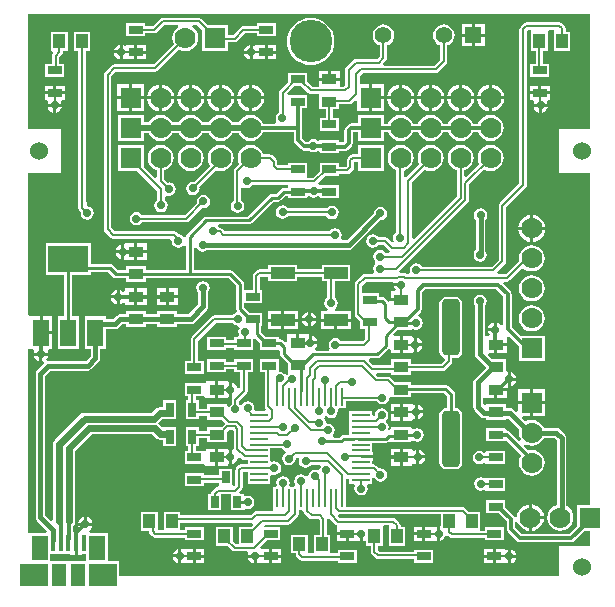
<source format=gtl>
%FSTAX44Y44*%
%MOIN*%
%SFA1B1*%

%IPPOS*%
%AMD12*
4,1,8,-0.014800,-0.094500,0.014800,-0.094500,0.029500,-0.079700,0.029500,0.079700,0.014800,0.094500,-0.014800,0.094500,-0.029500,0.079700,-0.029500,-0.079700,-0.014800,-0.094500,0.0*
1,1,0.029520,-0.014800,-0.079700*
1,1,0.029520,0.014800,-0.079700*
1,1,0.029520,0.014800,0.079700*
1,1,0.029520,-0.014800,0.079700*
%
%ADD10C,0.060000*%
%ADD11C,0.005000*%
G04~CAMADD=12~8~0.0~0.0~590.6~1889.8~147.6~0.0~15~0.0~0.0~0.0~0.0~0~0.0~0.0~0.0~0.0~0~0.0~0.0~0.0~180.0~590.0~1890.0*
%ADD12D12*%
%ADD13R,0.059060X0.011020*%
%ADD14R,0.011020X0.059060*%
%ADD15R,0.055120X0.091000*%
%ADD16R,0.134000X0.091000*%
%ADD17R,0.078740X0.039370*%
%ADD18R,0.047240X0.027560*%
%ADD19R,0.027560X0.047240*%
%ADD20R,0.027140X0.038530*%
%ADD21R,0.093700X0.074800*%
%ADD22R,0.045280X0.074800*%
%ADD23R,0.057090X0.082680*%
%ADD24R,0.017720X0.054330*%
%ADD25R,0.017500X0.054330*%
%ADD26R,0.039370X0.047240*%
%ADD27R,0.051180X0.035430*%
%ADD28C,0.016000*%
%ADD29C,0.012000*%
%ADD30C,0.024000*%
%ADD31C,0.008000*%
%ADD32C,0.010000*%
%ADD33C,0.020000*%
%ADD34C,0.055120*%
%ADD35R,0.055120X0.055120*%
%ADD36C,0.070000*%
%ADD37R,0.070000X0.070000*%
%ADD38R,0.070000X0.070000*%
%ADD39C,0.141730*%
%ADD40C,0.028000*%
%LNrpcb6996130008r01-1*%
%LPD*%
G36*
X0003885Y00041D02*
X0003781D01*
Y0003955*
X0003885*
Y0002849*
X0003842*
Y00027781*
X0003816Y00027522*
X00036569*
X00036342Y00027749*
Y00027903*
X00036421Y00027919*
X00036456Y00027833*
X00036529Y00027739*
X00036623Y00027666*
X00036732Y00027621*
X000368Y00027612*
Y0002806*
Y00028507*
X00036732Y00028498*
X00036623Y00028453*
X00036529Y0002838*
X00036456Y00028286*
X00036411Y00028177*
X000364Y00028096*
X00036323Y00028078*
X00036319Y00028083*
X000363Y0002811*
X00036016Y00028395*
Y00028643*
X00035383*
Y00028208*
X00035799*
X00036057Y0002795*
Y0002769*
X00036068Y00027635*
X00036099Y00027589*
X00036409Y00027279*
X00036436Y0002726*
X00036455Y00027248*
X0003651Y00027237*
X0003822*
X00038274Y00027248*
X0003832Y00027279*
X00038671Y0002763*
X0003885*
Y0002713*
X0003781*
Y000261*
X00023148*
Y00026607*
X0002278*
Y00027552*
X00022159*
X00022136Y00027629*
X00022193Y00027667*
X00022246Y00027746*
X00022254Y0002779*
X00021785*
X00021793Y00027746*
X00021847Y00027667*
X00021873Y00027649*
X0002185Y00027572*
X00021757*
Y000272*
Y00026829*
X00021895*
Y00026849*
X00022049*
Y00026607*
X0002147*
X00021433*
X00020854*
Y00026849*
X00021284*
X0002152*
Y00026829*
X00021657*
Y000272*
Y00027572*
X00021612*
Y00027788*
X00021624Y00027795*
X00021668Y00027862*
X00021683Y0002794*
Y00030295*
X00022224Y00030836*
X00024245*
X00024365Y00030715*
X00024405Y00030689*
X00024432Y00030671*
X0002451Y00030656*
X00024608*
Y00030443*
X00025043*
Y00031076*
X00024608*
X00024582*
X00024474Y00031184*
X00024454Y00031215*
X00024574Y00031336*
X00024608*
Y00031333*
X00025043*
Y00031966*
X00024608*
Y00031743*
X0002449*
X00024412Y00031728*
X00024385Y0003171*
X00024345Y00031684*
X00024225Y00031563*
X0002199*
X00021912Y00031548*
X00021845Y00031504*
X00020995Y00030654*
X00020951Y00030588*
X00020936Y0003051*
Y00027989*
X00020862Y00027958*
X00020683Y00028137*
Y00032792*
X00020847Y00032956*
X0002209*
X00022152Y00032969*
X00022205Y00033004*
X00022467Y00033266*
X00022502Y00033319*
X00022515Y00033382*
Y00033697*
X00022707*
Y00034346*
X0002301*
X00023072Y00034359*
X00023125Y00034394*
X00023243Y00034512*
X00023364*
Y00034418*
X00024035*
Y00034512*
X00024414*
Y00034418*
X00025085*
Y00034512*
X00025526*
X00025588Y00034525*
X00025641Y0003456*
X00026065Y00034984*
X000261Y00035037*
X00026113Y000351*
Y00035583*
X00026147Y00035634*
X00026164Y0003572*
X00026147Y00035805*
X00026098Y00035878*
X00026025Y00035927*
X0002594Y00035944*
X00025854Y00035927*
X00025781Y00035878*
X00025732Y00035805*
X00025715Y0003572*
X00025732Y00035634*
X00025781Y00035561*
X00025786Y00035557*
Y00035167*
X00025458Y00034839*
X00025085*
Y00034933*
X00024414*
Y00034839*
X00024035*
Y00034933*
X00023364*
Y00034839*
X00023176*
X00023113Y00034826*
X0002306Y00034791*
X00022942Y00034673*
X00022707*
Y00034767*
X00021996*
Y00033697*
X00022188*
Y00033449*
X00022022Y00033283*
X0002078*
X00020752Y00033277*
X00020707Y00033344*
X00020756Y00033416*
X00020764Y0003346*
X0002058*
Y00033275*
X000206Y00033279*
X00020638Y00033208*
X00020404Y00032975*
X00020369Y00032922*
X00020356Y0003286*
Y0002807*
X00020369Y00028007*
X00020404Y00027954*
X00020732Y00027626*
X00020702Y00027552*
X00020123*
X000201Y00027576*
Y00033677*
X00020165*
X00020268*
X00020306Y00033607*
X00020303Y00033603*
X00020295Y0003356*
X00020764*
X00020756Y00033603*
X00020753Y00033607*
X00020791Y00033677*
X00020916*
Y00034182*
X00020541*
Y00034232*
X0002049*
Y00034787*
X00020165*
X00020156*
X000201Y00034844*
Y0003955*
X000212*
Y00041*
X000201*
Y0004485*
X0003885*
Y00041*
G37*
%LNrpcb6996130008r01-2*%
%LPC*%
G36*
X0003032Y00034598D02*
X00029876D01*
Y00034351*
X0003032*
Y00034598*
G37*
G36*
X00030863D02*
X0003042D01*
Y00034351*
X00030863*
Y00034598*
G37*
G36*
X00028545D02*
X00028101D01*
Y00034351*
X00028545*
Y00034598*
G37*
G36*
X00029088D02*
X00028645D01*
Y00034351*
X00029088*
Y00034598*
G37*
G36*
X00029714Y0003462D02*
X0002953D01*
Y00034435*
X00029573Y00034443*
X00029653Y00034497*
X00029706Y00034576*
X00029714Y0003462*
G37*
G36*
X00028545Y00034944D02*
X00028101D01*
Y00034698*
X00028545*
Y00034944*
G37*
G36*
X0003563Y00034564D02*
X00035586Y00034556D01*
X00035507Y00034503*
X00035453Y00034423*
X00035445Y0003438*
X0003563*
Y00034564*
G37*
G36*
X0002943Y0003462D02*
X00029245D01*
X00029253Y00034576*
X00029307Y00034497*
X00029386Y00034443*
X0002943Y00034435*
Y0003462*
G37*
G36*
X00020916Y00034787D02*
X0002059D01*
Y00034282*
X00020916*
Y00034787*
G37*
G36*
X0002048Y0003346D02*
X00020295D01*
X00020303Y00033416*
X00020357Y00033337*
X00020436Y00033283*
X0002048Y00033275*
Y0003346*
G37*
G36*
X00036055Y00033774D02*
X0003575D01*
Y00033546*
X00036055*
Y00033774*
G37*
G36*
X00036374Y0003263D02*
X0003619D01*
Y00032445*
X00036233Y00032453*
X00036313Y00032507*
X00036366Y00032586*
X00036374Y0003263*
G37*
G36*
X0003619Y00032914D02*
Y0003273D01*
X00036374*
X00036366Y00032773*
X00036313Y00032853*
X00036233Y00032906*
X0003619Y00032914*
G37*
G36*
X00033254Y0003377D02*
X0003307D01*
Y00033585*
X00033113Y00033593*
X00033193Y00033647*
X00033246Y00033726*
X00033254Y0003377*
G37*
G36*
X0002957Y00034124D02*
Y0003394D01*
X00029754*
X00029746Y00033983*
X00029693Y00034063*
X00029613Y00034116*
X0002957Y00034124*
G37*
G36*
X000369Y00035133D02*
X00036787Y00035118D01*
X00036683Y00035075*
X00036593Y00035006*
X00036524Y00034916*
X00036481Y00034812*
X00036466Y000347*
X00036481Y00034587*
X00036524Y00034483*
X00036593Y00034393*
X00036683Y00034324*
X00036787Y00034281*
X000369Y00034266*
X00037012Y00034281*
X00037116Y00034324*
X00037206Y00034393*
X00037275Y00034483*
X00037318Y00034587*
X00037333Y000347*
X00037318Y00034812*
X00037275Y00034916*
X00037206Y00035006*
X00037116Y00035075*
X00037012Y00035118*
X000369Y00035133*
G37*
G36*
X00032905Y00034101D02*
D01*
X000326*
Y00033824*
Y00033546*
X00032905*
X00032926Y00033593*
X0003297Y00033585*
Y0003382*
Y00034054*
X00032926Y00034046*
X00032905Y00034101*
G37*
G36*
X0003307Y00034054D02*
Y0003387D01*
X00033254*
X00033246Y00033913*
X00033193Y00033993*
X00033113Y00034046*
X0003307Y00034054*
G37*
G36*
X0002365Y00035701D02*
X00023344D01*
Y00035637*
X00023273Y00035599*
X00023203Y00035646*
X0002316Y00035654*
Y0003542*
Y00035185*
X00023203Y00035193*
X00023273Y0003524*
X00023344Y00035202*
Y00035146*
X0002365*
Y00035424*
Y00035701*
G37*
G36*
X0003519Y00038374D02*
X00035104Y00038357D01*
X00035031Y00038308*
X00034982Y00038235*
X00034965Y0003815*
X00034982Y00038064*
X00035026Y00037998*
Y00036982*
X00035021Y00036978*
X00034972Y00036905*
X00034955Y0003682*
X00034972Y00036734*
X00035021Y00036661*
X00035094Y00036612*
X0003518Y00036595*
X00035265Y00036612*
X00035338Y00036661*
X00035387Y00036734*
X00035404Y0003682*
X00035387Y00036905*
X00035353Y00036956*
Y00037998*
X00035397Y00038064*
X00035414Y0003815*
X00035397Y00038235*
X00035348Y00038308*
X00035275Y00038357*
X0003519Y00038374*
G37*
G36*
X000247Y00035701D02*
X00024394D01*
Y00035474*
X000247*
Y00035701*
G37*
G36*
X00025105D02*
X000248D01*
Y00035474*
X00025105*
Y00035701*
G37*
G36*
X00023344Y00037201D02*
X0002331Y00037173D01*
Y0003692*
Y00036674*
X00023344Y00036646*
X0002365*
Y00036924*
Y00037201*
X00023344*
G37*
G36*
X0002321Y00037154D02*
X00023166Y00037146D01*
X00023087Y00037093*
X00023033Y00037013*
X00023025Y0003697*
X0002321*
Y00037154*
G37*
G36*
X00024055Y00037201D02*
X0002375D01*
Y00036974*
X00024055*
Y00037201*
G37*
G36*
Y00036874D02*
X0002375D01*
Y00036646*
X00024055*
Y00036874*
G37*
G36*
X0002321Y0003687D02*
X00023025D01*
X00023033Y00036826*
X00023087Y00036747*
X00023166Y00036693*
X0002321Y00036685*
Y0003687*
G37*
G36*
X00024055Y00035701D02*
X0002375D01*
Y00035474*
X00024055*
Y00035701*
G37*
G36*
X0002953Y00034904D02*
Y0003472D01*
X00029714*
X00029706Y00034763*
X00029653Y00034843*
X00029573Y00034896*
X0002953Y00034904*
G37*
G36*
X00024055Y00035374D02*
X0002375D01*
Y00035146*
X00024055*
Y00035374*
G37*
G36*
X00029088Y00034944D02*
X00028645D01*
Y00034698*
X00029088*
Y00034944*
G37*
G36*
X0002943Y00034904D02*
X00029386Y00034896D01*
X00029307Y00034843*
X00029253Y00034763*
X00029245Y0003472*
X0002943*
Y00034904*
G37*
G36*
X000247Y00035374D02*
X00024394D01*
Y00035146*
X000247*
Y00035374*
G37*
G36*
X000369Y00036133D02*
X00036787Y00036118D01*
X00036683Y00036075*
X00036593Y00036006*
X00036524Y00035916*
X00036481Y00035812*
X00036466Y000357*
X00036481Y00035587*
X00036524Y00035483*
X00036593Y00035393*
X00036683Y00035324*
X00036787Y00035281*
X000369Y00035266*
X00037012Y00035281*
X00037116Y00035324*
X00037206Y00035393*
X00037275Y00035483*
X00037318Y00035587*
X00037333Y000357*
X00037318Y00035812*
X00037275Y00035916*
X00037206Y00036006*
X00037116Y00036075*
X00037012Y00036118*
X000369Y00036133*
G37*
G36*
X0002306Y00035654D02*
X00023016Y00035646D01*
X00022937Y00035593*
X00022883Y00035513*
X00022875Y0003547*
X0002306*
Y00035654*
G37*
G36*
X00025105Y00035374D02*
X000248D01*
Y00035146*
X00025105*
Y00035374*
G37*
G36*
X0002306Y0003537D02*
X00022875D01*
X00022883Y00035326*
X00022937Y00035247*
X00023016Y00035193*
X0002306Y00035185*
Y0003537*
G37*
G36*
X00026755Y00032601D02*
D01*
X0002645*
Y00032324*
Y00032046*
X00026755*
X0002676Y00032097*
X00026804Y00032089*
Y00032324*
Y00032565*
X00026755Y00032601*
G37*
G36*
X0002512Y00027024D02*
X00025076Y00027016D01*
X00024997Y00026963*
X00024943Y00026883*
X00024935Y0002684*
X0002512*
Y00027024*
G37*
G36*
X000307Y00027474D02*
X00030413D01*
Y00027286*
X000307*
Y00027474*
G37*
G36*
X00028536Y00027013D02*
X0002825D01*
Y00026826*
X00028536*
Y00027013*
G37*
G36*
X000356D02*
X00035313D01*
Y00026826*
X000356*
Y00027013*
G37*
G36*
X0003325Y00027474D02*
X00032963D01*
Y00027286*
X0003325*
Y00027474*
G37*
G36*
X0003374Y00027764D02*
X00033696Y00027756D01*
X00033674Y00027741*
X00033636Y00027761*
X0003335*
Y00027524*
Y00027286*
X00033636*
X00033684Y00027311*
X00033696Y00027303*
X0003374Y00027295*
Y0002753*
Y00027764*
G37*
G36*
X0002197Y00028074D02*
X00021926Y00028066D01*
X00021847Y00028013*
X00021793Y00027933*
X00021785Y0002789*
X0002197*
Y00028074*
G37*
G36*
X0003325Y00027761D02*
X00032963D01*
Y00027574*
X0003325*
Y00027761*
G37*
G36*
X00037297Y0002801D02*
X000369D01*
Y00027612*
X00036967Y00027621*
X00037076Y00027666*
X0003717Y00027739*
X00037243Y00027833*
X00037288Y00027942*
X00037297Y0002801*
G37*
G36*
X00025986Y00027013D02*
X000257D01*
Y00026826*
X00025986*
Y00027013*
G37*
G36*
X0002522Y00027024D02*
Y0002679D01*
Y00026555*
X00025263Y00026563*
X00025264Y00026564*
X00025313Y00026538*
X000256*
Y00026776*
Y00027013*
X00025313*
X00025287Y00026999*
X00025263Y00027016*
X0002522Y00027024*
G37*
G36*
X00025986Y00026726D02*
X000257D01*
Y00026538*
X00025986*
Y00026726*
G37*
G36*
X00035986Y00027013D02*
D01*
X000357*
Y00026776*
Y00026538*
X00035986*
X0003603Y00026561*
X00036056Y00026543*
X000361Y00026535*
Y0002677*
Y00027004*
X00036056Y00026996*
X00036039Y00026985*
X00035986Y00027013*
G37*
G36*
X00036384Y0002672D02*
X000362D01*
Y00026535*
X00036243Y00026543*
X00036323Y00026597*
X00036376Y00026676*
X00036384Y0002672*
G37*
G36*
X00028536Y00026726D02*
X0002825D01*
Y00026538*
X00028536*
Y00026726*
G37*
G36*
X0002512Y0002674D02*
X00024935D01*
X00024943Y00026696*
X00024997Y00026617*
X00025076Y00026563*
X0002512Y00026555*
Y0002674*
G37*
G36*
X000362Y00027004D02*
Y0002682D01*
X00036384*
X00036376Y00026863*
X00036323Y00026943*
X00036243Y00026996*
X000362Y00027004*
G37*
G36*
X000356Y00026726D02*
X00035313D01*
Y00026538*
X000356*
Y00026726*
G37*
G36*
X0002763Y0002673D02*
X00027445D01*
X00027453Y00026686*
X00027507Y00026607*
X00027586Y00026553*
X0002763Y00026545*
Y0002673*
G37*
G36*
X00033284Y0003154D02*
X000331D01*
Y00031355*
X00033143Y00031363*
X00033223Y00031417*
X00033276Y00031496*
X00033284Y0003154*
G37*
G36*
X0003735Y0003184D02*
X0003695D01*
Y0003144*
X0003735*
Y0003184*
G37*
G36*
X000325Y00031526D02*
X00032194D01*
Y00031298*
X000325*
Y00031526*
G37*
G36*
X00032905Y00031853D02*
X000326D01*
Y00031576*
Y00031298*
X00032905*
Y0003131*
X00032967Y00031361*
X00033Y00031355*
Y0003159*
Y00031824*
X00032956Y00031816*
X00032905Y00031843*
Y00031853*
G37*
G36*
X000325D02*
X00032194D01*
Y00031626*
X000325*
Y00031853*
G37*
G36*
X0003735Y0003234D02*
X0003695D01*
Y0003194*
X0003735*
Y0003234*
G37*
G36*
X00036055Y00032274D02*
X0003575D01*
Y00032046*
X00036055*
Y00032274*
G37*
G36*
X000331Y00031824D02*
Y0003164D01*
X00033284*
X00033276Y00031683*
X00033223Y00031763*
X00033143Y00031816*
X000331Y00031824*
G37*
G36*
X0003685Y0003234D02*
X0003645D01*
Y0003194*
X0003685*
Y0003234*
G37*
G36*
X0003315Y00030324D02*
Y0003014D01*
X00033334*
X00033326Y00030183*
X00033273Y00030263*
X00033193Y00030316*
X0003315Y00030324*
G37*
G36*
X000352Y00029414D02*
X00035114Y00029397D01*
X00035041Y00029348*
X00034992Y00029275*
X00034975Y0002919*
X00034992Y00029104*
X00035041Y00029031*
X00035114Y00028982*
X000352Y00028965*
X00035285Y00028982*
X00035313Y00029001*
X00035383Y00028963*
Y00028956*
X00036016*
Y00029391*
X00035383*
X00035294*
X00035285Y00029397*
X000352Y00029414*
G37*
G36*
X000325Y00030026D02*
X00032194D01*
Y00029798*
X000325*
Y00030026*
G37*
G36*
X0002207Y00028074D02*
Y0002789D01*
X00022254*
X00022246Y00027933*
X00022193Y00028013*
X00022113Y00028066*
X0002207Y00028074*
G37*
G36*
X000369Y00028507D02*
Y0002811D01*
X00037297*
X00037288Y00028177*
X00037243Y00028286*
X0003717Y0002838*
X00037076Y00028453*
X00036967Y00028498*
X000369Y00028507*
G37*
G36*
X00026755Y00030353D02*
D01*
X0002645*
Y00030076*
Y00029798*
X00026755*
X00026756Y00029853*
X000268Y00029845*
Y0003008*
Y00030317*
X00026755Y00030353*
G37*
G36*
X0003515Y00030294D02*
X00035064Y00030277D01*
X00034991Y00030228*
X00034942Y00030155*
X00034925Y0003007*
X00034942Y00029984*
X00034991Y00029911*
X00035064Y00029862*
X0003515Y00029845*
X00035235Y00029862*
X00035308Y00029911*
X00035383Y00029861*
Y00029858*
X00036016*
Y00030293*
X00035383*
Y00030278*
X00035308Y00030228*
X00035235Y00030277*
X0003515Y00030294*
G37*
G36*
X000325Y00030353D02*
X00032194D01*
Y00030126*
X000325*
Y00030353*
G37*
G36*
X00032905D02*
X000326D01*
Y00030076*
Y00029798*
X00032905*
Y00029846*
X00032976Y00029883*
X00033006Y00029863*
X0003305Y00029855*
Y0003009*
Y00030324*
X00033006Y00030316*
X00032976Y00030296*
X00032905Y00030333*
Y00030353*
G37*
G36*
X00033334Y0003004D02*
X0003315D01*
Y00029855*
X00033193Y00029863*
X00033273Y00029917*
X00033326Y00029996*
X00033334Y0003004*
G37*
G36*
X0003685Y0003765D02*
X00036452D01*
X00036461Y00037582*
X00036506Y00037473*
X00036579Y00037379*
X00036673Y00037306*
X00036782Y00037261*
X0003685Y00037252*
Y0003765*
G37*
G36*
X00034577Y00042497D02*
Y000421D01*
X00034974*
X00034966Y00042167*
X0003492Y00042276*
X00034848Y0004237*
X00034754Y00042443*
X00034645Y00042488*
X00034577Y00042497*
G37*
G36*
X00035477D02*
X0003541Y00042488D01*
X000353Y00042443*
X00035206Y0004237*
X00035134Y00042276*
X00035089Y00042167*
X0003508Y000421*
X00035477*
Y00042497*
G37*
G36*
X00033577D02*
Y000421D01*
X00033974*
X00033966Y00042167*
X0003392Y00042276*
X00033848Y0004237*
X00033754Y00042443*
X00033645Y00042488*
X00033577Y00042497*
G37*
G36*
X00034477D02*
X0003441Y00042488D01*
X000343Y00042443*
X00034206Y0004237*
X00034134Y00042276*
X00034089Y00042167*
X0003408Y000421*
X00034477*
Y00042497*
G37*
G36*
X00035577D02*
Y000421D01*
X00035974*
X00035966Y00042167*
X0003592Y00042276*
X00035848Y0004237*
X00035754Y00042443*
X00035645Y00042488*
X00035577Y00042497*
G37*
G36*
X0003712Y00042463D02*
X00036833D01*
Y00042276*
X0003712*
Y00042463*
G37*
G36*
X00037506D02*
X0003722D01*
Y00042276*
X00037506*
Y00042463*
G37*
G36*
X0002095D02*
X00020663D01*
Y00042276*
X0002095*
Y00042463*
G37*
G36*
X00021336D02*
X0002105D01*
Y00042276*
X00021336*
Y00042463*
G37*
G36*
X00033477Y00042497D02*
X0003341Y00042488D01*
X000333Y00042443*
X00033206Y0004237*
X00033134Y00042276*
X00033089Y00042167*
X0003308Y000421*
X00033477*
Y00042497*
G37*
G36*
X00026477D02*
X0002641Y00042488D01*
X000263Y00042443*
X00026206Y0004237*
X00026134Y00042276*
X00026089Y00042167*
X0002608Y000421*
X00026477*
Y00042497*
G37*
G36*
X00026577D02*
Y000421D01*
X00026974*
X00026966Y00042167*
X0002692Y00042276*
X00026848Y0004237*
X00026754Y00042443*
X00026645Y00042488*
X00026577Y00042497*
G37*
G36*
X00025477D02*
X0002541Y00042488D01*
X000253Y00042443*
X00025206Y0004237*
X00025134Y00042276*
X00025089Y00042167*
X0002508Y000421*
X00025477*
Y00042497*
G37*
G36*
X00025577D02*
Y000421D01*
X00025974*
X00025966Y00042167*
X0002592Y00042276*
X00025848Y0004237*
X00025754Y00042443*
X00025645Y00042488*
X00025577Y00042497*
G37*
G36*
X00027477D02*
X0002741Y00042488D01*
X000273Y00042443*
X00027206Y0004237*
X00027134Y00042276*
X00027089Y00042167*
X0002708Y000421*
X00027477*
Y00042497*
G37*
G36*
X00032477D02*
X0003241Y00042488D01*
X000323Y00042443*
X00032206Y0004237*
X00032134Y00042276*
X00032089Y00042167*
X0003208Y000421*
X00032477*
Y00042497*
G37*
G36*
X00032577D02*
Y000421D01*
X00032974*
X00032966Y00042167*
X0003292Y00042276*
X00032848Y0004237*
X00032754Y00042443*
X00032645Y00042488*
X00032577Y00042497*
G37*
G36*
X00027577D02*
Y000421D01*
X00027974*
X00027966Y00042167*
X0002792Y00042276*
X00027848Y0004237*
X00027754Y00042443*
X00027645Y00042488*
X00027577Y00042497*
G37*
G36*
X00031977Y000425D02*
X00031577D01*
Y000421*
X00031977*
Y000425*
G37*
G36*
X000301Y00042951D02*
X00029794D01*
Y00042724*
X000301*
Y00042951*
G37*
G36*
X0002316Y00043824D02*
X00023116Y00043816D01*
X00023037Y00043763*
X00022983Y00043683*
X00022975Y0004364*
X0002316*
Y00043824*
G37*
G36*
X000349Y00044092D02*
X00034574D01*
Y00043766*
X000349*
Y00044092*
G37*
G36*
X00024036Y00043813D02*
X0002375D01*
Y00043626*
X00024036*
Y00043813*
G37*
G36*
X00028386D02*
X000281D01*
Y00043626*
X00028386*
Y00043813*
G37*
G36*
X00035325Y00044092D02*
X00035D01*
Y00043766*
X00035325*
Y00044092*
G37*
G36*
Y00044518D02*
X00035D01*
Y00044192*
X00035325*
Y00044518*
G37*
G36*
X000258Y00044732D02*
X000246D01*
X00024553Y00044723*
X00024513Y00044696*
X00024263Y00044446*
X00024016*
Y00044541*
X00023383*
Y00044106*
X00024016*
Y00044201*
X00024314*
X0002436Y00044211*
X000244Y00044237*
X0002465Y00044487*
X00025089*
X00025115Y00044411*
X00025043Y00044356*
X00024974Y00044266*
X00024931Y00044162*
X00024916Y0004405*
X00024931Y00043937*
X0002497Y00043843*
X00024299Y00043172*
X0002298*
X00022933Y00043163*
X00022893Y00043136*
X00022673Y00042916*
X00022647Y00042876*
X00022637Y0004283*
Y0003767*
X00022647Y00037623*
X00022673Y00037583*
X00022863Y00037393*
X00022887Y00037377*
X00022903Y00037367*
X0002295Y00037357*
X00024848*
X00024898Y00037295*
X00024895Y0003728*
X00024912Y00037194*
X00024961Y00037121*
X00025034Y00037072*
X0002512Y00037055*
X00025205Y00037072*
X00025278Y00037121*
X000253Y00037154*
X00025377Y00037131*
Y00036308*
X00024035*
Y00036433*
X00023364*
Y00036308*
X00023088*
X00022923Y00036473*
X0002288Y00036502*
X0002283Y00036512*
X00022196*
Y00037208*
X00020696*
Y00036138*
X00021313*
Y00034767*
X0002109*
Y00033697*
X00021802*
Y00034767*
X00021579*
Y00036138*
X00022196*
Y00036247*
X00022775*
X0002294Y00036082*
X00022983Y00036053*
X00023034Y00036043*
X00023364*
Y00035918*
X00024035*
Y00036043*
X00026799*
X00027047Y00035795*
Y0003502*
X00027057Y00034969*
X00027062Y00034962*
X00027031Y00034888*
X00027024Y00034887*
X00026951Y00034838*
X00026927Y00034802*
X0002632*
X00026273Y00034793*
X00026233Y00034766*
X00025563Y00034096*
X00025537Y00034056*
X00025527Y0003401*
Y00033291*
X00025333*
Y00032856*
X00025966*
Y00033291*
X00025772*
Y00033959*
X0002637Y00034557*
X00026927*
X00026951Y00034521*
X00027024Y00034472*
X0002711Y00034455*
X00027118Y00034457*
X00027162Y0003439*
X00027132Y00034345*
X00027115Y0003426*
X00027132Y00034174*
X0002714Y00034162*
X00027102Y00034091*
X00026983*
Y00033972*
X00026716*
Y00034091*
X00026083*
Y00033656*
X00026716*
Y00033727*
X00026983*
Y00033656*
X00027616*
Y00034001*
X0002769Y00034032*
X00027833Y00033888*
Y00033656*
X00028466*
X00028507Y00033615*
Y0003352*
X00028517Y00033469*
X00028546Y00033426*
X00028764Y00033208*
Y00032888*
Y00032843*
X00028741Y00032828*
X00028663Y00032836*
X00028648Y00032858*
X00028575Y00032907*
X0002849Y00032924*
X00028466Y00032943*
Y00033343*
X00027833*
Y00032908*
X00027997*
Y0003177*
X00028006Y00031723*
X0002803Y00031688*
X00027992Y00031617*
X00027699*
X00027648Y00031679*
X00027654Y0003171*
X00027637Y00031795*
X00027588Y00031868*
X00027515Y00031917*
X0002743Y00031934*
X00027344Y00031917*
X00027271Y00031868*
X00027222Y00031795*
X00027178Y00031828*
X00027142Y00031852*
Y00031939*
X00027386Y00032183*
X00027413Y00032223*
X00027422Y0003227*
Y00032908*
X00027616*
Y00033343*
X00026983*
Y00033248*
X00026716*
Y00033343*
X00026083*
Y00032908*
X00026716*
Y00033003*
X00026983*
Y00032908*
X00027177*
Y00032381*
X00027113Y00032333*
X00027095Y00032338*
X0002708Y00032417*
X00027027Y00032497*
X00026947Y0003255*
X00026904Y00032558*
Y00032324*
Y00032039*
X00026907Y00032036*
X00026897Y0003199*
Y00031852*
X00026861Y00031828*
X00026812Y00031755*
X00026735Y00031771*
Y00031833*
X00026064*
Y00031698*
X00025791*
Y00031966*
X00025696*
Y00032108*
X00025966*
X00025987*
X00026044Y00032051*
Y00032046*
X0002635*
Y00032324*
Y00032601*
X00026044*
Y00032543*
X00025966*
X00025333*
Y00032108*
X00025451*
Y00031966*
X00025356*
Y00031333*
X00025791*
Y00031453*
X00026064*
Y00031318*
X00026558*
X00026609Y00031267*
X00026663Y00031186*
X00026558Y00031081*
X00026064*
Y00030946*
X00025791*
Y00031076*
X00025356*
Y00030443*
X00025451*
Y00030291*
X00025333*
Y00029856*
X00025556*
X000256Y00029847*
X00025643Y00029856*
X00025966*
X00025987*
X00026044Y00029799*
Y00029798*
X0002635*
Y00030076*
Y00030353*
X00026044*
Y00030291*
X00025966*
X00025696*
Y00030443*
X00025791*
Y00030701*
X00026064*
Y00030566*
X00026735*
Y00030912*
X000268Y00030977*
X00026939*
X00026957Y00030959*
Y00030366*
X000269Y00030319*
Y0003008*
Y00029845*
X00026943Y00029853*
X00027023Y00029907*
X00027076Y00029986*
X00027091Y00030063*
X00027168Y00030086*
X00027236Y00030018*
X00027276Y00029991*
X00027323Y00029982*
X00027431*
Y00029969*
Y00029846*
Y00029842*
X0002721*
X00027163Y00029833*
X00027123Y00029806*
X00027053Y00029736*
X00027027Y00029696*
X00027017Y0002965*
Y0002913*
X00026989Y00029102*
X00026915Y00029133*
Y00029152*
Y00029697*
X00026484*
Y00029472*
X00025966*
Y00029543*
X00025333*
Y00029108*
X00025966*
Y00029227*
X00026484*
Y00029152*
Y00029136*
X0002643Y00029082*
X00026383Y00029073*
X00026343Y00029046*
X00026239Y00028942*
X00026212Y00028902*
X00026203Y00028856*
Y00028847*
X0002611*
Y00028302*
X00026541*
Y00028837*
X00026858*
Y00028302*
X00027289*
Y0002831*
X00027351Y00028361*
X0002743Y00028345*
X00027515Y00028362*
X00027588Y00028411*
X00027637Y00028484*
X00027654Y0002857*
X00027637Y00028655*
X00027588Y00028728*
X00027515Y00028777*
X0002743Y00028794*
X00027351Y00028778*
X00027289Y00028829*
Y00028847*
X00027185*
X00027154Y00028921*
X00027226Y00028993*
X00027253Y00029033*
X00027262Y0002908*
Y00029597*
X00027431*
Y00029575*
Y00029379*
Y00029182*
X00028182*
Y00029379*
Y0002945*
X00028244Y000295*
X0002832Y00029485*
X00028405Y00029502*
X00028478Y00029551*
X00028527Y00029624*
X00028544Y0002971*
X00028527Y00029795*
X00028478Y00029868*
X00028405Y00029917*
X0002832Y00029934*
X00028244Y00029919*
X00028182Y0002997*
Y00030166*
Y00030363*
Y00030376*
X00028564*
X00028581Y00030351*
X00028654Y00030302*
X00028673Y00030298*
X00028689Y0003022*
X00028641Y00030188*
X00028592Y00030115*
X00028575Y0003003*
X00028592Y00029944*
X00028641Y00029871*
X00028714Y00029822*
X000288Y00029805*
X00028885Y00029822*
X00028958Y00029871*
X00029007Y00029944*
X00029024Y0003003*
X00029036Y00030057*
X00029116Y00030067*
X0002915Y00030025*
X00029135Y0002995*
X00029152Y00029864*
X00029201Y00029791*
X00029274Y00029742*
X0002936Y00029725*
X00029445Y00029742*
X00029518Y00029791*
X00029542Y00029827*
X00029825*
X00029863Y00029757*
X00029842Y00029725*
X00029832Y00029675*
X00029758Y00029645*
X00029755Y00029647*
X0002967Y00029664*
X00029584Y00029647*
X00029511Y00029598*
X00029462Y00029525*
X00029445Y00029441*
X00029367Y00029425*
X00029358Y00029438*
X00029285Y00029487*
X000292Y00029504*
X00029114Y00029487*
X00029041Y00029438*
X00028992Y00029365*
X00028975Y0002928*
X00028992Y00029194*
X0002902Y00029152*
X00028982Y00029082*
X0002887*
X00028819Y00029144*
X00028834Y0002922*
X00028817Y00029305*
X00028768Y00029378*
X00028695Y00029427*
X0002861Y00029444*
X00028524Y00029427*
X00028451Y00029378*
X00028402Y00029305*
X00028385Y0002922*
X000284Y00029144*
X0002835Y00029082*
X00028282*
Y00028331*
X00028232Y00028282*
X0002772*
X00027673Y00028273*
X00027633Y00028246*
X00027529Y00028142*
X00025178*
Y00028249*
X00024624*
Y00027642*
X0002443*
Y00028249*
X00023876*
Y00027616*
X0002412*
X00024137Y000276*
X00024147Y00027553*
X00024173Y00027513*
X00024253Y00027433*
X00024293Y00027407*
X0002434Y00027397*
X00025333*
Y00027306*
X00025966*
Y00027741*
X00025333*
Y00027642*
X00025178*
Y00027897*
X0002757*
X00027589Y00027851*
X00027595Y00027818*
X00027526Y00027749*
X00027124*
Y00027182*
X0002704*
X0002693Y00027292*
Y00027749*
X00026376*
Y00027116*
X0002676*
X00026903Y00026973*
X00026943Y00026947*
X0002699Y00026937*
X00027419*
X00027453Y00026873*
X00027445Y0002683*
X0002768*
Y0002678*
X0002773*
Y00026545*
X00027773Y00026553*
X00027795Y00026568*
X00027863Y00026538*
X0002815*
Y00026776*
Y00027013*
X00027871*
X0002784Y00027087*
X00028059Y00027306*
X00028516*
Y00027741*
X00027969*
X00027961Y00027761*
X00028005Y00027827*
X0002876*
X00028806Y00027837*
X00028846Y00027863*
X00029094Y00028111*
X0002912Y00028151*
X0002913Y00028197*
Y00028331*
X00029245*
X00029279Y00028298*
X00029288Y00028251*
X00029315Y00028211*
X00029473Y00028053*
X00029513Y00028027*
X0002956Y00028017*
X00029779*
X00029827Y00027969*
Y00027499*
X00029624*
Y00026872*
X0002943*
Y00027499*
X00028876*
Y00026866*
X00029031*
Y00026836*
X0002904Y00026789*
X00029067Y00026749*
X00029153Y00026663*
X00029193Y00026637*
X0002924Y00026627*
X00030433*
Y00026558*
X00031066*
Y00026993*
X00030433*
Y00026872*
X00030178*
Y00027499*
X00030072*
Y0002801*
X00030118Y00028029*
X00030151Y00028035*
X00030343Y00027843*
X00030383Y00027817*
X00030413Y0002781*
Y00027761*
Y00027751*
Y00027574*
X0003075*
Y00027524*
X000308*
Y00027286*
X00031086*
Y00027287*
X00031116Y00027303*
X0003116Y00027295*
Y0002753*
X0003126*
Y00027295*
X00031303Y00027303*
X00031306Y00027305*
X00031376Y00027267*
Y00027116*
X00031531*
Y00026926*
X0003154Y00026879*
X00031567Y00026839*
X00031693Y00026713*
X00031733Y00026687*
X0003178Y00026677*
X00032983*
Y00026558*
X00033616*
Y00026993*
X00032983*
Y00026922*
X0003183*
X00031775Y00026977*
Y00027116*
X0003193*
Y00027749*
Y00027751*
X00031987Y00027807*
X00032124*
Y00027749*
Y00027116*
X00032678*
Y00027749*
X00032522*
Y000278*
X00032513Y00027846*
X00032486Y00027886*
X00032356Y00028016*
X00032316Y00028043*
X0003227Y00028052*
X00030488*
X00030447Y00028121*
X00030472Y00028168*
X0003048Y00028167*
X00033876*
Y0002782*
X0003384Y0002779*
Y0002753*
Y00027295*
X00033883Y00027303*
X00033963Y00027357*
X00034016Y00027436*
X0003402Y00027457*
X00034096Y0002748*
X00034163Y00027413*
X00034203Y00027387*
X0003425Y00027377*
X00035333*
Y00027306*
X00035966*
Y00027741*
X00035333*
Y00027622*
X00035178*
Y00028249*
X00034813*
X00034687Y00028375*
X00034647Y00028402*
X000346Y00028411*
X00030717*
Y00029082*
X00030705*
Y00029341*
X00030745Y00029374*
X00030817Y0002934*
Y00029182*
X00030967*
X00031002Y00029115*
X00030985Y0002903*
X00031002Y00028944*
X00031051Y00028871*
X00031124Y00028822*
X0003121Y00028805*
X00031295Y00028822*
X00031368Y00028871*
X00031417Y00028944*
X00031434Y0002903*
X00031417Y00029115*
X00031452Y00029182*
X00031568*
Y00029378*
X00031571Y00029379*
X00031659*
X00031691Y00029331*
X00031764Y00029282*
X0003185Y00029265*
X00031935Y00029282*
X00032008Y00029331*
X00032057Y00029404*
X00032074Y0002949*
X00032057Y00029575*
X00032008Y00029648*
X00031935Y00029697*
X0003185Y00029714*
X00031807Y00029705*
X00031715Y00029797*
X00031675Y00029824*
X00031629Y00029833*
X00031568*
Y00029949*
X00031588*
Y00030054*
X00031192*
Y00030154*
X00031588*
Y00030259*
X00031568*
Y00030363*
Y00030557*
X0003204*
X0003209Y00030567*
X00032133Y00030596*
X0003214Y00030602*
X00032214Y00030572*
Y00030566*
X00032885*
Y000306*
X00032956Y00030638*
X00032994Y00030612*
X0003308Y00030595*
X00033165Y00030612*
X00033238Y00030661*
X00033287Y00030734*
X00033304Y0003082*
X00033287Y00030905*
X00033238Y00030978*
X00033165Y00031027*
X0003308Y00031044*
X00032994Y00031027*
X00032956Y00031002*
X00032885Y00031039*
Y00031081*
X00032214*
Y00031004*
X00032143Y00030966*
X00032117Y00030983*
X00032117Y00030984*
X00032134Y0003107*
X00032117Y00031155*
X00032068Y00031228*
X00032051Y0003124*
X00032047Y0003132*
X00032048Y00031321*
X00032097Y00031394*
X00032114Y0003148*
X00032097Y00031565*
X00032048Y00031638*
X00031975Y00031687*
X0003189Y00031704*
X00031804Y00031687*
X00031731Y00031638*
X00031682Y00031565*
X00031665Y0003148*
X00031667Y0003147*
X00031643Y0003144*
X00031568Y00031467*
Y00031617*
X00030817*
Y00031347*
Y0003115*
Y00030953*
Y00030822*
X0003064*
X00030589Y00030812*
X00030546Y00030783*
X00030495Y00030732*
X00030288*
X00030265Y00030809*
X00030268Y00030811*
X00030317Y00030884*
X00030334Y0003097*
X00030317Y00031055*
X00030268Y00031128*
X00030195Y00031177*
X0003011Y00031194*
X00030089Y0003119*
X00030023Y00031234*
X00030007Y00031315*
X00029966Y00031376*
X00029992Y00031424*
X00030015Y00031447*
X00030047*
X00030051Y00031441*
X00030124Y00031392*
X0003021Y00031375*
X00030295Y00031392*
X00030368Y00031441*
X00030417Y00031514*
X00030434Y000316*
X00030423Y00031655*
X00030474Y00031717*
X00030717*
Y00031937*
X00031737*
X00031761Y00031901*
X00031834Y00031852*
X0003192Y00031835*
X00032005Y00031852*
X00032078Y00031901*
X00032127Y00031974*
X00032144Y0003206*
X00032214Y00032066*
X00032219*
X00032885*
Y00032227*
X00033965*
X00034067Y00032125*
Y00031728*
X00034052*
X00033963Y00031711*
X00033888Y00031661*
X00033837Y00031585*
X0003382Y00031496*
Y00029902*
X00033837Y00029813*
X00033888Y00029738*
X00033963Y00029687*
X00034052Y0002967*
X00034347*
X00034436Y00029687*
X00034511Y00029738*
X00034562Y00029813*
X00034579Y00029902*
Y00031496*
X00034562Y00031585*
X00034511Y00031661*
X00034436Y00031711*
X00034347Y00031728*
X00034332*
Y0003218*
X00034322Y0003223*
X00034293Y00032273*
X00034113Y00032453*
X0003407Y00032482*
X0003402Y00032492*
X00032885*
Y00032581*
X00032351*
X00032206Y00032726*
X00032166Y00032753*
X0003212Y00032762*
X00031768*
X00031707Y00032823*
X00031737Y00032897*
X00032214*
Y00032818*
X00032885*
Y00032953*
X00033936*
X00033982Y00032962*
X00034022Y00032989*
X00034216Y00033183*
X00034243Y00033223*
X00034252Y0003327*
Y00033371*
X00034347*
X00034436Y00033388*
X00034511Y00033439*
X00034562Y00033514*
X00034579Y00033603*
Y00035197*
X00034562Y00035286*
X00034511Y00035361*
X00034436Y00035412*
X00034347Y00035429*
X00034052*
X00033963Y00035412*
X00033888Y00035361*
X00033837Y00035286*
X0003382Y00035197*
Y00033603*
X00033837Y00033514*
X00033888Y00033439*
X00033963Y00033388*
X00033973Y00033386*
X00033997Y0003331*
X00033885Y00033198*
X00032885*
Y00033333*
X00032214*
Y00033142*
X00031614*
X00031463Y00033293*
X00031494Y00033367*
X0003175*
X000318Y00033377*
X00031843Y00033406*
X0003212Y00033682*
X00032143Y00033673*
X00032194Y00033639*
Y00033546*
X000325*
Y00033824*
Y00034101*
X00032313*
X00032282Y00034175*
X00032426Y00034318*
X00032885*
X00032943Y00034349*
X00032954Y00034342*
X0003304Y00034325*
X00033125Y00034342*
X00033198Y00034391*
X00033247Y00034464*
X00033264Y0003455*
X00033247Y00034635*
X00033198Y00034708*
X00033125Y00034757*
X00033103Y00034831*
X0003319Y00034919*
X00033209Y00034946*
X00033221Y00034965*
X00033232Y0003502*
Y0003557*
X00033339Y00035677*
X0003571*
X00035947Y0003544*
Y00034499*
X0003587Y00034476*
X00035853Y00034503*
X00035773Y00034556*
X0003573Y00034564*
Y0003433*
X0003568*
Y0003428*
X00035445*
X00035453Y00034236*
X00035497Y00034171*
X00035459Y00034101*
X00035344*
X00035323Y00034122*
Y00035101*
X00035338Y00035111*
X00035387Y00035184*
X00035404Y0003527*
X00035387Y00035355*
X00035338Y00035428*
X00035265Y00035477*
X0003518Y00035494*
X00035094Y00035477*
X00035021Y00035428*
X00034972Y00035355*
X00034955Y0003527*
X00034972Y00035184*
X00034996Y00035148*
Y0003352*
X00035009Y00033457*
X00035044Y00033404*
X00035364Y00033085*
Y00033064*
X00034994Y00032695*
X00034959Y00032642*
X00034946Y0003258*
Y0003174*
X00034959Y00031677*
X00034994Y00031624*
X00035184Y00031434*
X00035237Y00031399*
X000353Y00031386*
X00035364*
Y00031318*
X00036035*
Y00031348*
X00036109Y00031379*
X00036482Y00031006*
X00036481Y00031002*
X00036466Y0003089*
X00036481Y00030777*
X00036524Y00030673*
X00036533Y00030661*
X00036473Y00030608*
X00036156Y00030924*
X0003611Y00030955*
X00036056Y00030966*
X00036016Y00031006*
Y00031041*
X00035383*
Y00030606*
X00036016*
X00036055Y00030622*
X00036544Y00030133*
X00036524Y00030106*
X00036481Y00030002*
X00036466Y0002989*
X00036481Y00029777*
X00036524Y00029673*
X00036593Y00029583*
X00036683Y00029514*
X00036787Y00029471*
X000369Y00029456*
X00037012Y00029471*
X00037116Y00029514*
X00037206Y00029583*
X00037275Y00029673*
X00037318Y00029777*
X00037333Y0002989*
X00037318Y00030002*
X00037275Y00030106*
X00037206Y00030196*
X00037116Y00030265*
X00037012Y00030308*
X000369Y00030323*
X00036787Y00030308*
X00036777Y00030304*
X00036618Y00030463*
X00036671Y00030523*
X00036683Y00030514*
X00036787Y00030471*
X000369Y00030456*
X00037012Y00030471*
X00037116Y00030514*
X00037206Y00030583*
X00037275Y00030673*
X00037297Y00030726*
X00037642*
X00037726Y00030642*
Y00028474*
X00037633Y00028435*
X00037543Y00028366*
X00037474Y00028276*
X00037431Y00028172*
X00037416Y0002806*
X00037431Y00027947*
X00037474Y00027843*
X00037543Y00027753*
X00037633Y00027684*
X00037737Y00027641*
X0003785Y00027626*
X00037962Y00027641*
X00038066Y00027684*
X00038156Y00027753*
X00038225Y00027843*
X00038268Y00027947*
X00038283Y0002806*
X00038268Y00028172*
X00038225Y00028276*
X00038156Y00028366*
X00038066Y00028435*
X00038053Y00028441*
Y0003071*
X0003804Y00030772*
X00038005Y00030825*
X00037825Y00031005*
X00037772Y0003104*
X0003771Y00031053*
X00037297*
X00037275Y00031106*
X00037206Y00031196*
X00037116Y00031265*
X00037012Y00031308*
X000369Y00031323*
X00036787Y00031308*
X00036684Y00031266*
X00036584Y00031366*
X00036615Y0003144*
X0003685*
Y0003184*
X0003645*
Y00031605*
X00036376Y00031574*
X00036285Y00031665*
X00036232Y000317*
X0003617Y00031713*
X00036035*
Y00031833*
X00035364*
Y00031821*
X00035339Y00031811*
X00035273Y00031855*
Y00032046*
X00035344*
X0003565*
Y00032324*
X000357*
Y00032374*
X00036055*
Y00032389*
X0003609Y00032416*
Y0003268*
Y00032922*
X00036035Y00032967*
Y00033333*
X00035577*
X00035437Y00033472*
X00035468Y00033546*
X0003565*
Y00033824*
X000357*
Y00033874*
X00036055*
Y00034087*
X00036129Y00034118*
X00036129Y00034118*
X0003647Y00033778*
Y0003327*
X0003733*
Y0003413*
X00036521*
X00036232Y00034419*
Y000355*
X00036221Y00035554*
X00036211Y0003557*
X0003621Y00035572*
X00036209Y00035573*
X0003619Y000356*
X00035935Y00035856*
X00035965Y0003593*
X00036073*
X00036119Y0003594*
X00036159Y00035966*
X00036586Y00036393*
X00036593Y00036393*
X00036683Y00036324*
X00036787Y00036281*
X000369Y00036266*
X00037012Y00036281*
X00037116Y00036324*
X00037206Y00036393*
X00037275Y00036483*
X00037318Y00036587*
X00037333Y000367*
X00037318Y00036812*
X00037275Y00036916*
X00037206Y00037006*
X00037116Y00037075*
X00037012Y00037118*
X000369Y00037133*
X00036787Y00037118*
X00036683Y00037075*
X00036593Y00037006*
X00036524Y00036916*
X00036481Y00036812*
X00036466Y000367*
X00036475Y00036628*
X00036022Y00036175*
X00035762*
X00035732Y00036249*
X00036006Y00036523*
X00036033Y00036563*
X00036042Y0003661*
Y00038409*
X00036696Y00039063*
X00036723Y00039103*
X00036732Y0003915*
Y00044289*
X0003677Y00044327*
X00036876*
Y00044249*
Y00043616*
X00037031*
Y00043191*
X00036853*
Y00042756*
X00037486*
Y00043191*
X00037275*
Y00043616*
X0003743*
Y00044249*
Y00044271*
X00037487Y00044327*
X00037624*
Y00044249*
Y00043616*
X00038178*
Y00044249*
X00038023*
Y00044368*
X00038014Y00044415*
X00037988Y00044454*
X00037906Y00044536*
X00037866Y00044563*
X0003782Y00044572*
X0003672*
X00036673Y00044563*
X00036633Y00044536*
X00036523Y00044426*
X00036497Y00044386*
X00036487Y0004434*
Y000392*
X00035833Y00038546*
X00035807Y00038506*
X00035797Y0003846*
Y0003666*
X00035569Y00036432*
X00033239*
X00033208Y00036478*
X00033135Y00036527*
X0003305Y00036544*
X00032964Y00036527*
X00032891Y00036478*
X00032842Y00036405*
X00032825Y0003632*
X00032842Y00036237*
X00032791Y00036175*
X00032734Y00036176*
X00032694Y00036203*
X00032647Y00036212*
X00032512*
X00032481Y00036286*
X00034774Y00038578*
X000348Y00038618*
X00034809Y00038665*
Y00039159*
X0003532Y0003967*
X00035415Y00039631*
X00035527Y00039616*
X00035639Y00039631*
X00035744Y00039674*
X00035834Y00039743*
X00035903Y00039833*
X00035946Y00039937*
X00035961Y0004005*
X00035946Y00040162*
X00035903Y00040266*
X00035834Y00040356*
X00035744Y00040425*
X00035639Y00040468*
X00035527Y00040483*
X00035415Y00040468*
X0003531Y00040425*
X0003522Y00040356*
X00035152Y00040266*
X00035108Y00040162*
X00035093Y0004005*
X00035108Y00039937*
X00035147Y00039843*
X00034723Y00039419*
X00034649Y00039449*
Y00039635*
X00034744Y00039674*
X00034834Y00039743*
X00034903Y00039833*
X00034946Y00039937*
X00034961Y0004005*
X00034946Y00040162*
X00034903Y00040266*
X00034834Y00040356*
X00034744Y00040425*
X00034639Y00040468*
X00034527Y00040483*
X00034415Y00040468*
X0003431Y00040425*
X0003422Y00040356*
X00034152Y00040266*
X00034108Y00040162*
X00034093Y0004005*
X00034108Y00039937*
X00034152Y00039833*
X0003422Y00039743*
X0003431Y00039674*
X00034405Y00039635*
Y00038782*
X00032966Y00037343*
X00032892Y00037373*
Y00039239*
X00033322Y00039669*
X00033415Y00039631*
X00033527Y00039616*
X00033639Y00039631*
X00033744Y00039674*
X00033834Y00039743*
X00033903Y00039833*
X00033946Y00039937*
X00033961Y0004005*
X00033946Y00040162*
X00033903Y00040266*
X00033834Y00040356*
X00033744Y00040425*
X00033639Y00040468*
X00033527Y00040483*
X00033415Y00040468*
X0003331Y00040425*
X0003322Y00040356*
X00033152Y00040266*
X00033108Y00040162*
X00033093Y0004005*
X00033108Y00039937*
X00033148Y00039841*
X00032696Y00039389*
X00032622Y00039419*
Y00039628*
X00032639Y00039631*
X00032744Y00039674*
X00032834Y00039743*
X00032903Y00039833*
X00032946Y00039937*
X00032961Y0004005*
X00032946Y00040162*
X00032903Y00040266*
X00032834Y00040356*
X00032744Y00040425*
X00032639Y00040468*
X00032527Y00040483*
X00032415Y00040468*
X0003231Y00040425*
X0003222Y00040356*
X00032152Y00040266*
X00032108Y00040162*
X00032093Y0004005*
X00032108Y00039937*
X00032152Y00039833*
X0003222Y00039743*
X0003231Y00039674*
X00032377Y00039646*
Y00037579*
X00032331Y00037548*
X00032282Y00037475*
X00032265Y0003739*
X00032282Y00037304*
X00032305Y0003727*
X00032243Y00037219*
X00032096Y00037366*
X00032056Y00037393*
X0003201Y00037402*
X00031782*
X00031758Y00037438*
X00031685Y00037487*
X000316Y00037504*
X00031514Y00037487*
X00031441Y00037438*
X00031392Y00037365*
X00031375Y0003728*
X00031392Y00037194*
X00031441Y00037121*
X00031514Y00037072*
X000316Y00037055*
X00031685Y00037072*
X00031758Y00037121*
X00031782Y00037157*
X00031959*
X00032143Y00036973*
X00032165Y00036958*
X00032142Y00036882*
X00032022*
X00031998Y00036918*
X00031925Y00036967*
X0003184Y00036984*
X00031754Y00036967*
X00031681Y00036918*
X00031632Y00036845*
X00031615Y0003676*
X00031632Y00036674*
X00031681Y00036601*
Y00036525*
X00031671Y00036518*
X00031622Y00036445*
X00031605Y0003636*
X00031622Y00036274*
X00031641Y00036245*
X00031603Y00036175*
X00031323*
X00031276Y00036166*
X00031236Y00036139*
X00031033Y00035936*
X00031007Y00035896*
X00030997Y0003585*
Y0003484*
X00031007Y00034793*
X00031033Y00034753*
X00031183Y00034603*
Y00034358*
X00031337*
Y0003403*
X00031259Y00033952*
X00030532*
X00030508Y00033988*
X00030435Y00034037*
X0003035Y00034054*
X00030264Y00034037*
X00030191Y00033988*
X00030142Y00033915*
X00030125Y0003383*
X00030142Y00033744*
X0003017Y00033703*
X00030132Y00033632*
X00029704*
X00029681Y00033709*
X00029693Y00033717*
X00029746Y00033796*
X00029754Y0003384*
X0002952*
Y0003389*
X0002947*
Y00034159*
X00029455Y00034171*
X0002915*
Y00033894*
X0002905*
Y00034171*
X00028744*
Y00033927*
X0002867Y00033897*
X00028599Y00033967*
X00028556Y00033996*
X00028506Y00034006*
X00028466*
Y00034091*
X00028005*
X00027862Y00034234*
Y00034458*
X00027916*
Y00034893*
X00027493*
X00027312Y00035074*
Y00035206*
X00027916*
Y00035641*
X00027842*
Y00036069*
X00027868Y00036095*
X00028121*
Y00035941*
X00029068*
Y00036095*
X00029896*
Y00035941*
X00030087*
Y00035392*
X00030051Y00035368*
X00030002Y00035295*
X00029985Y0003521*
X00030002Y00035124*
X00030051Y00035051*
X00030096Y00035021*
X00030072Y00034944*
X00029876*
Y00034698*
X00030863*
Y00034944*
X00030347*
X00030323Y00035021*
X00030368Y00035051*
X00030417Y00035124*
X00030434Y0003521*
X00030417Y00035295*
X00030368Y00035368*
X00030332Y00035392*
Y00035941*
X00030843*
Y00036494*
X00029896*
Y0003634*
X00029068*
Y00036494*
X00028121*
Y0003634*
X00027818*
X00027771Y00036331*
X00027731Y00036304*
X00027633Y00036206*
X00027607Y00036166*
X00027597Y0003612*
Y00035641*
X00027312*
Y0003585*
X00027302Y000359*
X00027273Y00035943*
X00026947Y00036269*
X00026904Y00036298*
X00026854Y00036308*
X00025642*
Y00037059*
X00025722Y00037067*
X00025722Y00037064*
X00025771Y00036991*
X00025844Y00036942*
X0002593Y00036925*
X00026015Y00036942*
X00026081Y00036986*
X000308*
X00030862Y00036999*
X00030915Y00037034*
X00031858Y00037977*
X00031935Y00037992*
X00032008Y00038041*
X00032057Y00038114*
X00032074Y000382*
X00032057Y00038285*
X00032008Y00038358*
X00031935Y00038407*
X0003185Y00038424*
X00031764Y00038407*
X00031691Y00038358*
X00031642Y00038285*
X00031627Y00038208*
X00030732Y00037313*
X00030578*
X0003054Y00037383*
X00030547Y00037394*
X00030564Y0003748*
X00030547Y00037565*
X00030498Y00037638*
X00030425Y00037687*
X0003034Y00037704*
X00030254Y00037687*
X00030181Y00037638*
X00030157Y00037602*
X0002666*
X00026576Y00037686*
X00026536Y00037713*
X0002649Y00037722*
X00026479*
X00026441Y00037792*
X00026469Y00037834*
X00027467*
X00027517Y00037844*
X0002756Y00037873*
X00028287Y00038599*
X00028432*
X00028483Y0003861*
X00028526Y00038638*
X0002868Y00038793*
X00028783*
Y00038708*
X00029416*
Y00038743*
X00029486Y00038781*
X00029544Y00038742*
X0002963Y00038725*
X00029715Y00038742*
X00029763Y00038774*
X00029833Y00038736*
Y00038708*
X00030466*
Y00039143*
X00029833*
X00029801*
X0002977Y00039217*
X00030009Y00039456*
X00030466*
Y00039517*
X0003075*
X00030796Y00039527*
X00030836Y00039553*
X00030936Y00039653*
X00030963Y00039693*
X00030972Y0003974*
Y00039919*
X0003098Y00039927*
X00031097*
Y0003962*
X00031957*
Y0004048*
X00031097*
Y00040172*
X0003093*
X00030883Y00040163*
X00030843Y00040136*
X00030763Y00040056*
X00030737Y00040016*
X00030727Y0003997*
Y0003979*
X00030699Y00039762*
X00030466*
Y00039891*
X00029833*
Y00039626*
X00029599Y00039392*
X00029416*
Y00039456*
Y00039891*
X00028783*
Y00039802*
X0002844*
X00028412Y0003983*
Y0003993*
X00028403Y00039976*
X00028376Y00040016*
X00028256Y00040136*
X00028216Y00040163*
X0002817Y00040172*
X00027942*
X00027903Y00040266*
X00027834Y00040356*
X00027744Y00040425*
X00027639Y00040468*
X00027527Y00040483*
X00027415Y00040468*
X0002731Y00040425*
X0002722Y00040356*
X00027152Y00040266*
X00027108Y00040162*
X00027093Y0004005*
X00027108Y00039937*
X00027139Y00039862*
X00026993Y00039716*
X00026967Y00039676*
X00026957Y0003963*
Y00038626*
X00026931Y00038608*
X00026882Y00038535*
X00026865Y0003845*
X00026882Y00038364*
X00026931Y00038291*
X00027004Y00038242*
X0002709Y00038225*
X00027175Y00038242*
X00027248Y00038291*
X00027297Y00038364*
X00027314Y0003845*
X00027297Y00038535*
X00027248Y00038608*
X00027202Y00038639*
Y00039045*
X00027272Y00039083*
X00027304Y00039062*
X0002739Y00039045*
X00027475Y00039062*
X00027548Y00039111*
X00027572Y00039147*
X00028783*
Y00039143*
Y00039058*
X00028626*
X00028575Y00039048*
X00028532Y00039019*
X00028377Y00038865*
X00028232*
X00028181Y00038854*
X00028138Y00038826*
X00027412Y00038099*
X00026047*
X00025996Y00038089*
X00025953Y0003806*
X00025416Y00037523*
X00025387Y0003748*
X00025377Y0003743*
Y00037428*
X000253Y00037405*
X00025278Y00037438*
X00025205Y00037487*
X0002513Y00037502*
X00025066Y00037566*
X00025026Y00037593*
X0002498Y00037602*
X00023*
X00022882Y0003772*
Y00042779*
X0002303Y00042927*
X0002435*
X00024396Y00042937*
X00024436Y00042963*
X00025143Y0004367*
X00025237Y00043631*
X0002535Y00043616*
X00025462Y00043631*
X00025566Y00043674*
X00025656Y00043743*
X00025725Y00043833*
X00025768Y00043937*
X00025783Y0004405*
X00025768Y00044162*
X00025725Y00044266*
X00025656Y00044356*
X00025584Y00044411*
X0002561Y00044487*
X00025749*
X0002592Y00044317*
Y0004362*
X0002678*
Y00043907*
X0002699*
X00027036Y00043917*
X00027076Y00043943*
X00027334Y00044201*
X00027733*
Y00044106*
X00028366*
Y00044541*
X00027733*
Y00044446*
X00027284*
X00027237Y00044437*
X00027197Y0004441*
X00026939Y00044152*
X0002678*
Y0004448*
X00026103*
X00025886Y00044696*
X00025846Y00044723*
X000258Y00044732*
G37*
G36*
X00027713Y00043813D02*
X00027654Y00043782D01*
X00027633Y00043796*
X0002759Y00043804*
Y0004357*
Y00043335*
X00027633Y00043343*
X00027664Y00043364*
X00027713Y00043338*
X00028*
Y00043576*
Y00043813*
X00027713*
G37*
G36*
X000349Y00044518D02*
X00034574D01*
Y00044192*
X000349*
Y00044518*
G37*
G36*
X0002749Y00043804D02*
X00027446Y00043796D01*
X00027367Y00043743*
X00027313Y00043663*
X00027305Y0004362*
X0002749*
Y00043804*
G37*
G36*
X00033965Y00044501D02*
X00033872Y00044489D01*
X00033786Y00044453*
X00033712Y00044396*
X00033655Y00044321*
X00033619Y00044235*
X00033607Y00044142*
X00033619Y00044049*
X00033655Y00043963*
X00033712Y00043888*
X00033786Y00043831*
X00033837Y0004381*
Y0004332*
X00033649Y00043132*
X00031979*
X00031949Y00043206*
X00032036Y00043293*
X00032063Y00043333*
X00032072Y0004338*
Y00043808*
X00032129Y00043831*
X00032203Y00043888*
X0003226Y00043963*
X00032296Y00044049*
X00032308Y00044142*
X00032296Y00044235*
X0003226Y00044321*
X00032203Y00044396*
X00032129Y00044453*
X00032042Y00044489*
X0003195Y00044501*
X00031857Y00044489*
X0003177Y00044453*
X00031696Y00044396*
X00031639Y00044321*
X00031603Y00044235*
X00031591Y00044142*
X00031603Y00044049*
X00031639Y00043963*
X00031696Y00043888*
X0003177Y00043831*
X00031827Y00043808*
Y0004343*
X00031739Y00043342*
X0003103*
X00030983Y00043333*
X00030943Y00043306*
X00030713Y00043076*
X00030687Y00043036*
X00030677Y0004299*
Y0004247*
X00030629Y00042422*
X00030505*
Y00042624*
X00029794*
Y00042422*
X0002959*
X00029416Y00042596*
Y00042891*
X00028783*
Y00042596*
X00028503Y00042316*
X00028477Y00042276*
X00028467Y0004223*
Y00041559*
X00028421Y00041528*
X00028372Y00041455*
X00028355Y0004137*
X00028372Y00041284*
X00028386Y00041263*
X00028349Y00041192*
X00027933*
X00027903Y00041266*
X00027834Y00041356*
X00027744Y00041425*
X00027639Y00041468*
X00027527Y00041483*
X00027415Y00041468*
X0002731Y00041425*
X0002722Y00041356*
X00027152Y00041266*
X00027138Y00041233*
X00026917*
X00026903Y00041266*
X00026834Y00041356*
X00026744Y00041425*
X00026639Y00041468*
X00026527Y00041483*
X00026415Y00041468*
X0002631Y00041425*
X0002622Y00041356*
X00026152Y00041266*
X00026138Y00041233*
X00025917*
X00025903Y00041266*
X00025834Y00041356*
X00025744Y00041425*
X00025639Y00041468*
X00025527Y00041483*
X00025415Y00041468*
X0002531Y00041425*
X0002522Y00041356*
X00025152Y00041266*
X00025138Y00041233*
X00024917*
X00024903Y00041266*
X00024834Y00041356*
X00024744Y00041425*
X00024639Y00041468*
X00024527Y00041483*
X00024415Y00041468*
X0002431Y00041425*
X0002422Y00041356*
X00024152Y00041266*
X00024138Y00041233*
X00023957*
Y0004148*
X00023097*
Y0004062*
X00023957*
Y00040866*
X00024138*
X00024152Y00040833*
X0002422Y00040743*
X0002431Y00040674*
X00024415Y00040631*
X00024527Y00040616*
X00024639Y00040631*
X00024744Y00040674*
X00024834Y00040743*
X00024903Y00040833*
X00024917Y00040866*
X00025138*
X00025152Y00040833*
X0002522Y00040743*
X0002531Y00040674*
X00025415Y00040631*
X00025527Y00040616*
X00025639Y00040631*
X00025744Y00040674*
X00025834Y00040743*
X00025903Y00040833*
X00025917Y00040866*
X00026138*
X00026152Y00040833*
X0002622Y00040743*
X0002631Y00040674*
X00026415Y00040631*
X00026527Y00040616*
X00026639Y00040631*
X00026744Y00040674*
X00026834Y00040743*
X00026903Y00040833*
X00026917Y00040866*
X00027138*
X00027152Y00040833*
X0002722Y00040743*
X0002731Y00040674*
X00027415Y00040631*
X00027527Y00040616*
X00027639Y00040631*
X00027744Y00040674*
X00027834Y00040743*
X00027903Y00040833*
X00027933Y00040907*
X00028957*
Y0004065*
X00028968Y00040595*
X00028999Y00040549*
X00029209Y00040339*
X00029255Y00040308*
X0002931Y00040297*
X00029467*
X00029534Y00040252*
X0002962Y00040235*
X00029705Y00040252*
X00029763Y00040291*
X00029833Y00040253*
Y00040208*
X00030466*
Y00040283*
X00030656*
X0003071Y00040294*
X00030756Y00040325*
X0003089Y00040459*
X00030909Y00040486*
X00030921Y00040505*
X00030932Y0004056*
Y0004091*
X00030939Y00040917*
X00031097*
Y0004062*
X00031957*
Y00040907*
X00032121*
X00032152Y00040833*
X0003222Y00040743*
X0003231Y00040674*
X00032415Y00040631*
X00032527Y00040616*
X00032639Y00040631*
X00032744Y00040674*
X00032834Y00040743*
X00032903Y00040833*
X00032933Y00040907*
X00033121*
X00033152Y00040833*
X0003322Y00040743*
X0003331Y00040674*
X00033415Y00040631*
X00033527Y00040616*
X00033639Y00040631*
X00033744Y00040674*
X00033834Y00040743*
X00033903Y00040833*
X00033933Y00040907*
X00034121*
X00034152Y00040833*
X0003422Y00040743*
X0003431Y00040674*
X00034415Y00040631*
X00034527Y00040616*
X00034639Y00040631*
X00034744Y00040674*
X00034834Y00040743*
X00034903Y00040833*
X00034933Y00040907*
X00035121*
X00035152Y00040833*
X0003522Y00040743*
X0003531Y00040674*
X00035415Y00040631*
X00035527Y00040616*
X00035639Y00040631*
X00035744Y00040674*
X00035834Y00040743*
X00035903Y00040833*
X00035946Y00040937*
X00035961Y0004105*
X00035946Y00041162*
X00035903Y00041266*
X00035834Y00041356*
X00035744Y00041425*
X00035639Y00041468*
X00035527Y00041483*
X00035415Y00041468*
X0003531Y00041425*
X0003522Y00041356*
X00035152Y00041266*
X00035121Y00041192*
X00034933*
X00034903Y00041266*
X00034834Y00041356*
X00034744Y00041425*
X00034639Y00041468*
X00034527Y00041483*
X00034415Y00041468*
X0003431Y00041425*
X0003422Y00041356*
X00034152Y00041266*
X00034121Y00041192*
X00033933*
X00033903Y00041266*
X00033834Y00041356*
X00033744Y00041425*
X00033639Y00041468*
X00033527Y00041483*
X00033415Y00041468*
X0003331Y00041425*
X0003322Y00041356*
X00033152Y00041266*
X00033121Y00041192*
X00032933*
X00032903Y00041266*
X00032834Y00041356*
X00032744Y00041425*
X00032639Y00041468*
X00032527Y00041483*
X00032415Y00041468*
X0003231Y00041425*
X0003222Y00041356*
X00032152Y00041266*
X00032121Y00041192*
X00031957*
Y0004148*
X00031097*
Y00041202*
X0003088*
X00030825Y00041191*
X00030806Y00041179*
X00030779Y0004116*
X00030689Y0004107*
X00030658Y00041024*
X00030647Y0004097*
Y00040619*
X00030596Y00040568*
X00030466*
Y00040643*
X00029833*
X00029782Y00040616*
X00029778Y00040618*
X00029705Y00040667*
X0002962Y00040684*
X00029534Y00040667*
X00029461Y00040618*
X00029445Y00040594*
X00029365Y00040586*
X00029242Y00040709*
Y0004105*
Y00041708*
X00029416*
Y00042143*
X00028783*
X00028781*
X0002875Y00042217*
X00028989Y00042456*
X0002921*
X00029453Y00042213*
X00029493Y00042187*
X0002954Y00042177*
X00029814*
Y00041668*
X00030027*
Y00041391*
X00029833*
Y00040956*
X00030466*
Y00041391*
X00030272*
Y00041668*
X00030485*
Y00041837*
X0003081*
X00030856Y00041847*
X00030896Y00041873*
X00031003Y0004198*
X00031077Y0004195*
Y000416*
X00031477*
Y0004205*
Y000425*
X00031162*
Y00042789*
X0003126Y00042887*
X000337*
X00033746Y00042897*
X00033786Y00042923*
X00034046Y00043183*
X00034062Y00043207*
X00034073Y00043223*
X00034082Y0004327*
Y00043805*
X00034145Y00043831*
X00034219Y00043888*
X00034276Y00043963*
X00034312Y00044049*
X00034324Y00044142*
X00034312Y00044235*
X00034276Y00044321*
X00034219Y00044396*
X00034145Y00044453*
X00034058Y00044489*
X00033965Y00044501*
G37*
G36*
X00029527Y00044725D02*
X00029372Y0004471D01*
X00029224Y00044665*
X00029087Y00044592*
X00028967Y00044493*
X00028868Y00044373*
X00028795Y00044236*
X0002875Y00044087*
X00028735Y00043933*
X0002875Y00043778*
X00028795Y00043629*
X00028868Y00043492*
X00028967Y00043372*
X00029087Y00043274*
X00029224Y000432*
X00029372Y00043155*
X00029527Y0004314*
X00029682Y00043155*
X0002983Y000432*
X00029967Y00043274*
X00030087Y00043372*
X00030186Y00043492*
X00030259Y00043629*
X00030304Y00043778*
X0003032Y00043933*
X00030304Y00044087*
X00030259Y00044236*
X00030186Y00044373*
X00030087Y00044493*
X00029967Y00044592*
X0002983Y00044665*
X00029682Y0004471*
X00029527Y00044725*
G37*
G36*
X00030505Y00042951D02*
X000302D01*
Y00042724*
X00030505*
Y00042951*
G37*
G36*
X0002143Y00044249D02*
X00020876D01*
Y00043616*
X00020905*
X00020943Y00043546*
X00020917Y00043506*
X00020907Y0004346*
Y00043191*
X00020683*
Y00042756*
X00021316*
Y00043191*
X00021152*
Y00043409*
X0002124Y00043497*
X00021266Y00043536*
X00021275Y00043583*
Y00043616*
X0002143*
Y00044249*
G37*
G36*
X0002749Y0004352D02*
X00027305D01*
X00027313Y00043476*
X00027367Y00043397*
X00027446Y00043343*
X0002749Y00043335*
Y0004352*
G37*
G36*
X00028386Y00043526D02*
X000281D01*
Y00043338*
X00028386*
Y00043526*
G37*
G36*
X0002316Y0004354D02*
X00022975D01*
X00022983Y00043496*
X00023037Y00043417*
X00023116Y00043363*
X0002316Y00043355*
Y0004354*
G37*
G36*
X0002326Y00043824D02*
Y0004359D01*
Y00043355*
X00023303Y00043363*
X00023309Y00043367*
X00023363Y00043338*
X0002365*
Y00043576*
Y00043813*
X00023363*
X00023332Y00043796*
X00023303Y00043816*
X0002326Y00043824*
G37*
G36*
X00024036Y00043526D02*
X0002375D01*
Y00043338*
X00024036*
Y00043526*
G37*
G36*
X00037426Y0004175D02*
X00037242D01*
Y00041565*
X00037285Y00041573*
X00037365Y00041627*
X00037418Y00041706*
X00037426Y0004175*
G37*
G36*
X00023477Y00042D02*
X00023077D01*
Y000416*
X00023477*
Y00042*
G37*
G36*
X00021224Y0004175D02*
X0002104D01*
Y00041565*
X00021083Y00041573*
X00021163Y00041627*
X00021216Y00041706*
X00021224Y0004175*
G37*
G36*
X00037142D02*
X00036957D01*
X00036965Y00041706*
X00037018Y00041627*
X00037098Y00041573*
X00037142Y00041565*
Y0004175*
G37*
G36*
X00023977Y00042D02*
X00023577D01*
Y000416*
X00023977*
Y00042*
G37*
G36*
X00024974D02*
X00024577D01*
Y00041602*
X00024645Y00041611*
X00024754Y00041656*
X00024848Y00041729*
X0002492Y00041823*
X00024966Y00041932*
X00024974Y00042*
G37*
G36*
X00025477D02*
X0002508D01*
X00025089Y00041932*
X00025134Y00041823*
X00025206Y00041729*
X000253Y00041656*
X0002541Y00041611*
X00025477Y00041602*
Y00042*
G37*
G36*
X00031977D02*
X00031577D01*
Y000416*
X00031977*
Y00042*
G37*
G36*
X00024477D02*
X0002408D01*
X00024089Y00041932*
X00024134Y00041823*
X00024206Y00041729*
X000243Y00041656*
X0002441Y00041611*
X00024477Y00041602*
Y00042*
G37*
G36*
X0002094Y0004175D02*
X00020755D01*
X00020763Y00041706*
X00020817Y00041627*
X00020896Y00041573*
X0002094Y00041565*
Y0004175*
G37*
G36*
X0003695Y00038147D02*
Y0003775D01*
X00037347*
X00037338Y00037817*
X00037293Y00037926*
X0003722Y0003802*
X00037126Y00038093*
X00037017Y00038138*
X0003695Y00038147*
G37*
G36*
X00022178Y00044249D02*
X00021624D01*
Y00043616*
X00021779*
Y00038398*
X00021788Y00038351*
X00021815Y00038311*
X00021864Y00038262*
X00021855Y0003822*
X00021872Y00038134*
X00021921Y00038061*
X00021994Y00038012*
X0002208Y00037995*
X00022165Y00038012*
X00022238Y00038061*
X00022287Y00038134*
X00022304Y0003822*
X00022287Y00038305*
X00022238Y00038378*
X00022165Y00038427*
X0002208Y00038444*
X00022023Y00038726*
Y00043616*
X00022178*
Y00044249*
G37*
G36*
X00037347Y0003765D02*
X0003695D01*
Y00037252*
X00037017Y00037261*
X00037126Y00037306*
X0003722Y00037379*
X00037293Y00037473*
X00037338Y00037582*
X00037347Y0003765*
G37*
G36*
X0003685Y00038147D02*
X00036782Y00038138D01*
X00036673Y00038093*
X00036579Y0003802*
X00036506Y00037926*
X00036461Y00037817*
X00036452Y0003775*
X0003685*
Y00038147*
G37*
G36*
X0002859Y00038474D02*
X00028504Y00038457D01*
X00028431Y00038408*
X00028382Y00038335*
X00028365Y0003825*
X00028382Y00038164*
X00028431Y00038091*
X00028504Y00038042*
X0002859Y00038025*
X00028675Y00038042*
X00028748Y00038091*
X00028772Y00038127*
X0003005*
X00030081Y00038081*
X00030154Y00038032*
X0003024Y00038015*
X00030325Y00038032*
X00030398Y00038081*
X00030447Y00038154*
X00030464Y0003824*
X00030447Y00038325*
X00030398Y00038398*
X00030325Y00038447*
X0003024Y00038464*
X00030154Y00038447*
X00030081Y00038398*
X00030063Y00038372*
X00028772*
X00028748Y00038408*
X00028675Y00038457*
X0002859Y00038474*
G37*
G36*
X00025527Y00040483D02*
X00025415Y00040468D01*
X0002531Y00040425*
X0002522Y00040356*
X00025152Y00040266*
X00025108Y00040162*
X00025093Y0004005*
X00025108Y00039937*
X00025152Y00039833*
X0002522Y00039743*
X0002531Y00039674*
X00025415Y00039631*
X00025527Y00039616*
X00025639Y00039631*
X00025744Y00039674*
X00025834Y00039743*
X00025903Y00039833*
X00025946Y00039937*
X00025961Y0004005*
X00025946Y00040162*
X00025903Y00040266*
X00025834Y00040356*
X00025744Y00040425*
X00025639Y00040468*
X00025527Y00040483*
G37*
G36*
X00026527D02*
X00026415Y00040468D01*
X0002631Y00040425*
X0002622Y00040356*
X00026152Y00040266*
X00026108Y00040162*
X00026093Y0004005*
X00026108Y00039937*
X00026152Y00039833*
X00026181Y00039794*
X00025642Y00039255*
X000256Y00039264*
X00025514Y00039247*
X00025441Y00039198*
X00025392Y00039125*
X00025375Y0003904*
X00025392Y00038954*
X00025441Y00038881*
X00025514Y00038832*
X000256Y00038815*
X00025685Y00038832*
X00025758Y00038881*
X00025807Y00038954*
X00025824Y0003904*
X00025815Y00039082*
X00026379Y00039646*
X00026415Y00039631*
X00026527Y00039616*
X00026639Y00039631*
X00026744Y00039674*
X00026834Y00039743*
X00026903Y00039833*
X00026946Y00039937*
X00026961Y0004005*
X00026946Y00040162*
X00026903Y00040266*
X00026834Y00040356*
X00026744Y00040425*
X00026639Y00040468*
X00026527Y00040483*
G37*
G36*
X0002595Y00038824D02*
X00025864Y00038807D01*
X00025791Y00038758*
X00025742Y00038685*
X00025725Y000386*
X00025734Y00038557*
X00025329Y00038152*
X00023902*
X00023878Y00038188*
X00023805Y00038237*
X0002372Y00038254*
X00023634Y00038237*
X00023561Y00038188*
X00023512Y00038115*
X00023495Y0003803*
X00023512Y00037944*
X00023561Y00037871*
X00023634Y00037822*
X0002372Y00037805*
X00023805Y00037822*
X00023878Y00037871*
X00023902Y00037907*
X0002538*
X00025426Y00037917*
X00025466Y00037943*
X00025907Y00038384*
X0002595Y00038375*
X00026035Y00038392*
X00026108Y00038441*
X00026157Y00038514*
X00026174Y000386*
X00026157Y00038685*
X00026108Y00038758*
X00026035Y00038807*
X0002595Y00038824*
G37*
G36*
X00024527Y00040483D02*
X00024415Y00040468D01*
X0002431Y00040425*
X0002422Y00040356*
X00024152Y00040266*
X00024108Y00040162*
X00024093Y0004005*
X00024108Y00039937*
X00024152Y00039833*
X0002422Y00039743*
X0002431Y00039674*
X00024407Y00039634*
Y00039409*
X00024333Y00039379*
X00023957Y00039755*
Y0004048*
X00023097*
Y0003962*
X00023747*
X00024417Y00038949*
Y00038652*
X00024381Y00038628*
X00024332Y00038555*
X00024315Y0003847*
X00024332Y00038384*
X00024381Y00038311*
X00024454Y00038262*
X0002454Y00038245*
X00024625Y00038262*
X00024698Y00038311*
X00024747Y00038384*
X00024764Y0003847*
X00024747Y00038555*
X00024698Y00038628*
X00024662Y00038652*
Y00038752*
X00024724Y00038802*
X0002481Y00038785*
X00024895Y00038802*
X00024968Y00038851*
X00025017Y00038924*
X00025034Y0003901*
X00025017Y00039095*
X00024968Y00039168*
X00024895Y00039217*
X0002481Y00039234*
X00024767Y00039225*
X00024652Y0003934*
Y00039636*
X00024744Y00039674*
X00024834Y00039743*
X00024903Y00039833*
X00024946Y00039937*
X00024961Y0004005*
X00024946Y00040162*
X00024903Y00040266*
X00024834Y00040356*
X00024744Y00040425*
X00024639Y00040468*
X00024527Y00040483*
G37*
G36*
X00035974Y00042D02*
X00035577D01*
Y00041602*
X00035645Y00041611*
X00035754Y00041656*
X00035848Y00041729*
X0003592Y00041823*
X00035966Y00041932*
X00035974Y00042*
G37*
G36*
X00021336Y00042176D02*
X00020663D01*
Y00041988*
X00020742*
X0002078Y00041917*
X00020763Y00041893*
X00020755Y0004185*
X00021224*
X00021216Y00041893*
X000212Y00041917*
X00021237Y00041988*
X00021336*
Y00042176*
G37*
G36*
X00035477Y00042D02*
X0003508D01*
X00035089Y00041932*
X00035134Y00041823*
X00035206Y00041729*
X000353Y00041656*
X0003541Y00041611*
X00035477Y00041602*
Y00042*
G37*
G36*
X00034477D02*
X0003408D01*
X00034089Y00041932*
X00034134Y00041823*
X00034206Y00041729*
X000343Y00041656*
X0003441Y00041611*
X00034477Y00041602*
Y00042*
G37*
G36*
X00034974D02*
X00034577D01*
Y00041602*
X00034645Y00041611*
X00034754Y00041656*
X00034848Y00041729*
X0003492Y00041823*
X00034966Y00041932*
X00034974Y00042*
G37*
G36*
X00024477Y00042497D02*
X0002441Y00042488D01*
X000243Y00042443*
X00024206Y0004237*
X00024134Y00042276*
X00024089Y00042167*
X0002408Y000421*
X00024477*
Y00042497*
G37*
G36*
X00024577D02*
Y000421D01*
X00024974*
X00024966Y00042167*
X0002492Y00042276*
X00024848Y0004237*
X00024754Y00042443*
X00024645Y00042488*
X00024577Y00042497*
G37*
G36*
X00023977Y000425D02*
X00023577D01*
Y000421*
X00023977*
Y000425*
G37*
G36*
X00037506Y00042176D02*
X00036833D01*
Y00041988*
X00036944*
X00036981Y00041917*
X00036965Y00041893*
X00036957Y0004185*
X00037426*
X00037418Y00041893*
X00037402Y00041917*
X00037439Y00041988*
X00037506*
Y00042176*
G37*
G36*
X00023477Y000425D02*
X00023077D01*
Y000421*
X00023477*
Y000425*
G37*
G36*
X00027477Y00042D02*
X0002708D01*
X00027089Y00041932*
X00027134Y00041823*
X00027206Y00041729*
X000273Y00041656*
X0002741Y00041611*
X00027477Y00041602*
Y00042*
G37*
G36*
X00027974D02*
X00027577D01*
Y00041602*
X00027645Y00041611*
X00027754Y00041656*
X00027848Y00041729*
X0002792Y00041823*
X00027966Y00041932*
X00027974Y00042*
G37*
G36*
X00026974D02*
X00026577D01*
Y00041602*
X00026645Y00041611*
X00026754Y00041656*
X00026848Y00041729*
X0002692Y00041823*
X00026966Y00041932*
X00026974Y00042*
G37*
G36*
X00025974D02*
X00025577D01*
Y00041602*
X00025645Y00041611*
X00025754Y00041656*
X00025848Y00041729*
X0002592Y00041823*
X00025966Y00041932*
X00025974Y00042*
G37*
G36*
X00026477D02*
X0002608D01*
X00026089Y00041932*
X00026134Y00041823*
X00026206Y00041729*
X000263Y00041656*
X0002641Y00041611*
X00026477Y00041602*
Y00042*
G37*
G36*
X00033974D02*
X00033577D01*
Y00041602*
X00033645Y00041611*
X00033754Y00041656*
X00033848Y00041729*
X0003392Y00041823*
X00033966Y00041932*
X00033974Y00042*
G37*
G36*
X00033477D02*
X0003308D01*
X00033089Y00041932*
X00033134Y00041823*
X00033206Y00041729*
X000333Y00041656*
X0003341Y00041611*
X00033477Y00041602*
Y00042*
G37*
G36*
X00032477D02*
X0003208D01*
X00032089Y00041932*
X00032134Y00041823*
X00032206Y00041729*
X000323Y00041656*
X0003241Y00041611*
X00032477Y00041602*
Y00042*
G37*
G36*
X00032974D02*
X00032577D01*
Y00041602*
X00032645Y00041611*
X00032754Y00041656*
X00032848Y00041729*
X0003292Y00041823*
X00032966Y00041932*
X00032974Y00042*
G37*
%LNrpcb6996130008r01-3*%
%LPD*%
G36*
X00032293Y0003588D02*
X0003254D01*
Y0003578*
X00032305*
X00032313Y00035736*
X00032357Y00035671*
X00032319Y00035601*
X00032194*
Y00035374*
X0003255*
Y00035274*
X00032153*
X00032117Y00035263*
X00032103Y00035283*
X00032003Y00035383*
X0003196Y00035412*
X0003191Y00035422*
X00031816*
Y00035541*
X00031242*
Y00035799*
X00031373Y0003593*
X00032252*
X00032293Y0003588*
G37*
G54D10*
X0003857Y0002642D03*
Y0004029D03*
X0002046D03*
G54D11*
X00019685Y0002559D03*
G54D12*
X000342Y00030699D03*
Y000344D03*
G54D13*
X00031192Y00030301D03*
Y00030498D03*
X00027807D03*
Y00030301D03*
X00031192Y00029907D03*
Y00029317D03*
Y00029514D03*
Y00029711D03*
Y00030104D03*
X00027807Y00029907D03*
Y00029711D03*
Y00029514D03*
Y00029317D03*
Y00030104D03*
X00031192Y00031285D03*
Y00030695D03*
Y00030892D03*
Y00031089D03*
Y00031482D03*
X00027807D03*
Y00031285D03*
Y00031089D03*
Y00030892D03*
Y00030695D03*
G54D14*
X00029598Y00028707D03*
X00029401D03*
X00029598Y00032092D03*
X00029401D03*
X00030582Y00028707D03*
X00030385D03*
X00030189D03*
X00029992D03*
X00029795D03*
X00029204D03*
X00029007D03*
X00028811D03*
X00028614D03*
X00028417D03*
X00030385Y00032092D03*
X00030582D03*
X00030189D03*
X00029992D03*
X00029795D03*
X00029204D03*
X00029007D03*
X00028811D03*
X00028614D03*
X00028417D03*
G54D15*
X00020541Y00034232D03*
X00022352D03*
X00021446D03*
G54D16*
X00021446Y00036673D03*
G54D17*
X00028595Y00034648D03*
Y00036218D03*
X0003037Y00034648D03*
Y00036218D03*
G54D18*
X000291Y00042674D03*
Y00041926D03*
X000237Y00043576D03*
Y00044324D03*
X0002805Y00043576D03*
Y00044324D03*
X0002815Y00033874D03*
Y00033126D03*
X0002565Y00030074D03*
Y00029326D03*
Y00033074D03*
Y00032326D03*
X000273Y00033874D03*
Y00033126D03*
X000264Y00033874D03*
Y00033126D03*
X000276Y00034676D03*
Y00035424D03*
X0003565Y00026776D03*
Y00027524D03*
X000333D03*
Y00026776D03*
X0003075Y00027524D03*
Y00026776D03*
X000282D03*
Y00027524D03*
X0002565Y00026776D03*
Y00027524D03*
X0003015Y00041174D03*
Y00040426D03*
X000357Y00030076D03*
Y00030824D03*
X0003015Y00039674D03*
Y00038926D03*
X000291Y00039674D03*
Y00038926D03*
X000357Y00029174D03*
Y00028426D03*
X000315Y00035324D03*
Y00034576D03*
X0003717Y00042226D03*
Y00042974D03*
X00021Y00042226D03*
Y00042974D03*
G54D19*
X00024826Y0003165D03*
X00025574D03*
X00024826Y0003076D03*
X00025574D03*
G54D20*
X000267Y00029425D03*
X00027074Y00028574D03*
X00026326D03*
G54D21*
X00020308Y00026153D03*
X00022599D03*
G54D22*
X00021776Y00026153D03*
X00021127D03*
G54D23*
X00020489Y00027059D03*
X00022414D03*
G54D24*
X00021963Y000272D03*
X00021195D03*
X0002094D03*
G54D25*
X00021707Y000272D03*
X00021451D03*
G54D26*
X00031653Y00027433D03*
X00032401D03*
X00029153Y00027183D03*
X00029901D03*
X00026653Y00027433D03*
X00027401D03*
X00024153Y00027933D03*
X00024901D03*
X00034153D03*
X00034901D03*
X00021153Y00043933D03*
X00021901D03*
X00037153D03*
X00037901D03*
G54D27*
X0003015Y00042674D03*
Y00041926D03*
X000264Y00030076D03*
Y00030824D03*
Y00032324D03*
Y00031576D03*
X0003255Y00033824D03*
Y00033076D03*
Y00031576D03*
Y00032324D03*
Y00030076D03*
Y00030824D03*
X000357Y00033824D03*
Y00033076D03*
X000291Y00033894D03*
Y00033146D03*
X000237Y00036924D03*
Y00036176D03*
X000357Y00032324D03*
Y00031576D03*
X0003255Y00035324D03*
Y00034576D03*
X0002475Y00035424D03*
Y00034676D03*
X000237Y00035424D03*
Y00034676D03*
G54D28*
X0002052Y0002807D02*
X0002094Y0002765D01*
Y0002733D02*
Y0002765D01*
X0002052Y0002807D02*
Y0003286D01*
X000357Y00033076D02*
X00035716D01*
X0003511Y0003174D02*
X000353Y0003155D01*
X0003617D02*
X0003677Y0003095D01*
X000353Y0003155D02*
X0003617D01*
X000369Y0003089D02*
X0003771D01*
X0003789Y0003071*
X0002301Y0003451D02*
X00023176Y00034676D01*
X000237*
X0002475*
X0002232Y0003451D02*
X0002301D01*
X0002052Y0003286D02*
X0002078Y0003312D01*
X0002209*
X00022352Y00033382*
Y00034232*
X0003789Y0002801D02*
Y0003071D01*
X0002475Y00034676D02*
X00025526D01*
X0002595Y000351*
Y0003571*
X0002594Y0003572D02*
X0002595Y0003571D01*
X0003511Y0003174D02*
Y0003258D01*
X00035606Y00033076*
X0003516Y0003352D02*
X00035604Y00033076D01*
X0003516Y0003529D02*
X0003518Y0003527D01*
X00035604Y00033076D02*
X00035606D01*
X000357*
X0003516Y0003352D02*
Y0003529D01*
X0002593Y0003715D02*
X000308D01*
X0003185Y000382*
X0003518Y0003682D02*
X0003519Y0003683D01*
Y0003815*
G54D29*
X0002119Y0002738D02*
Y0002795D01*
X0002114D02*
X0002119D01*
X0002147Y0002735D02*
Y0002793D01*
X00021707Y00027557D02*
X00021975Y00027825D01*
X00021707Y000272D02*
Y00027557D01*
X0003015Y00040426D02*
X00030656D01*
X0003079Y0004056*
Y0004097*
X0003088Y0004106*
X000291Y0004105D02*
Y00041926D01*
Y0004065D02*
Y0004105D01*
Y0004065D02*
X0002931Y0004044D01*
X000357Y00028426D02*
X00035784D01*
X000362Y0002801*
Y0002769D02*
Y0002801D01*
Y0002769D02*
X0003651Y0002738D01*
X0003822*
X0003869Y0002785*
X000357Y00030824D02*
X00036056D01*
X0003686Y0003002*
Y0002989D02*
Y0003002D01*
X00020541Y0003352D02*
Y00034232D01*
X0002053Y0003351D02*
X00020541Y0003352D01*
X0003568Y00033844D02*
Y0003433D01*
X0003609Y0003436D02*
X0003675Y000337D01*
X0003577Y0003582D02*
X0003609Y000355D01*
Y0003436D02*
Y000355D01*
X0003328Y0003582D02*
X0003577D01*
X000327Y0003463D02*
X0003309Y0003502D01*
Y0003563*
X0003328Y0003582*
X0002962Y0004044D02*
Y0004046D01*
X0002911Y0003895D02*
X0002963D01*
X0002931Y0004044D02*
X0002962D01*
X0003018*
X0002963Y0003895D02*
X0003023D01*
X00027527Y0004105D02*
X000291D01*
X00031527D02*
X00032527D01*
X00033527*
X00034527*
X0003549*
X0003088Y0004106D02*
X0003155D01*
X0002311Y0003542D02*
X00023114Y00035424D01*
X000237*
X0002475*
X00023264Y00036924D02*
X000237D01*
X0002326Y0003692D02*
X00023264Y00036924D01*
X00035784Y00032324D02*
X0003614Y0003268D01*
G54D30*
X0002114Y0002795D02*
Y0003051D01*
X0002199Y0003136*
X0002148Y0003038D02*
X0002214Y0003104D01*
X0002148Y0002794D02*
Y0003038D01*
X0002431Y0003136D02*
X0002449Y0003154D01*
X0002214Y0003104D02*
X0002433D01*
X0002199Y0003136D02*
X000243D01*
X0002433Y0003104D02*
X0002451Y0003086D01*
X00024826Y0003076D02*
Y0003086D01*
X0002451D02*
X00024826D01*
X0002449Y0003154D02*
X0002481D01*
G54D31*
X00025574Y00029996D02*
Y0003076D01*
Y00029996D02*
X000256Y0002997D01*
X0002977Y0003126D02*
X000298Y0003123D01*
X0002948Y0003126D02*
X0002977D01*
X00029007Y00031732D02*
X0002948Y0003126D01*
X00037153Y00043013D02*
Y00043933D01*
X000337Y0004301D02*
X0003396Y0004327D01*
Y0004415*
X0003015Y00041174D02*
Y00041926D01*
Y0004194D02*
X0003017Y0004196D01*
X0003081*
X0003104Y0004219*
Y0004284*
X0003068Y000423D02*
X000308Y0004242D01*
Y0004299*
X0003103Y0004322*
X0003195Y0004338D02*
Y00044142D01*
X0003179Y0004322D02*
X0003195Y0004338D01*
X0003103Y0004322D02*
X0003179D01*
X0003104Y0004284D02*
X0003121Y0004301D01*
X0003015Y00041926D02*
Y0004194D01*
X0003121Y0004301D02*
X000337D01*
X00021153Y00043583D02*
Y00043933D01*
X0002103Y0004346D02*
X00021153Y00043583D01*
X00020994Y00041804D02*
Y0004229D01*
X0002099Y000418D02*
X00020994Y00041804D01*
X0002103Y00042974D02*
Y0004346D01*
X00023196Y00043576D02*
X0002321Y0004359D01*
X00023196Y00043576D02*
X000237D01*
X00027546D02*
X0002805D01*
X0002754Y0004357D02*
X00027546Y00043576D01*
X00027284Y00044324D02*
X0002805D01*
X0002699Y0004403D02*
X00027284Y00044324D01*
X0002633Y0004403D02*
X0002699D01*
X000237Y00044324D02*
X00024314D01*
X0002629Y0004412D02*
X0002634D01*
X00024314Y00044324D02*
X000246Y0004461D01*
X000258*
X0002629Y0004412*
X000291Y00041926D02*
Y0004195D01*
X0002919Y0004263D02*
X0002921D01*
X0002954Y000423*
X0003068*
X00037901Y00043933D02*
Y00044368D01*
X0003782Y0004445D02*
X00037901Y00044368D01*
X0003661Y0004434D02*
X0003672Y0004445D01*
X0003661Y0003915D02*
Y0004434D01*
X0003672Y0004445D02*
X0003782D01*
X0003255Y00033076D02*
X00033936D01*
X0003413Y0003327*
Y0003408*
X0002999Y0003264D02*
X00029992Y00032642D01*
X00030385Y00032092D02*
Y00032465D01*
X000305Y0003258*
X0003035Y0003383D02*
X0003131D01*
X0003146Y0003398*
X0003255Y00035324D02*
Y0003582D01*
X0003254Y0003583D02*
X0003255Y0003582D01*
Y00033824D02*
X00033016D01*
X0003302Y0003382*
X0003255Y00031576D02*
X00032564Y0003159D01*
X0003305*
X00030674Y00030104D02*
X00031192D01*
X0003066Y0003009D02*
X00030674Y00030104D01*
X0003255Y00030076D02*
X00033086D01*
X000331Y0003009*
X0003234Y0003242D02*
X0003246D01*
X0002555Y0003157D02*
X00025556Y00031576D01*
X00025676Y00030824D02*
X000264D01*
X00028614Y00028707D02*
Y00029215D01*
X0002861Y0002922D02*
X00028614Y00029215D01*
X00029598Y00032092D02*
Y0003247D01*
X00028119Y0003177D02*
Y00033006D01*
X0002805Y00033076D02*
X00028119Y00033006D01*
X00027323Y00030104D02*
X00027807D01*
X0002794Y0003128D02*
X0002815D01*
X0002825Y0003138*
Y0003164*
X00028119Y0003177D02*
X0002825Y0003164D01*
X00031718Y0003264D02*
X0003212D01*
X0003234Y0003242*
X00031192Y00031285D02*
X00031695D01*
X0003189Y0003148*
X00031192Y00031089D02*
X00031899D01*
X0003191Y0003107D02*
Y00031078D01*
X00031899Y00031089D02*
X0003191Y00031078D01*
X00028614Y00032092D02*
Y00032434D01*
X0002733Y0003387D02*
X0002735Y0003385D01*
X0002644Y0003387D02*
X0002646Y0003385D01*
X0002733Y0003387D02*
Y0003425D01*
X0002646Y0003385D02*
X0002735D01*
X0002772Y0003612D02*
X00027818Y00036218D01*
X0002772Y0003543D02*
Y0003612D01*
X00027818Y00036218D02*
X00028595D01*
X0003037*
X00030391Y00034648D02*
X0003044Y000346D01*
X0003037Y00034648D02*
X00030391D01*
X0002948D02*
Y0003467D01*
X00028595Y00034648D02*
X0002948D01*
X0003037*
X0003021Y0003521D02*
Y0003619D01*
X0003022Y000362*
X00029992Y00032092D02*
Y00032642D01*
X00027306Y00033126D02*
X0002732Y0003314D01*
X000264Y00033126D02*
X000273D01*
X00027306*
X00027807Y00029711D02*
X00028319D01*
X0002832Y0002971*
X00025574Y0003165D02*
Y00032244D01*
X0002562Y0003229*
X00025556Y00031576D02*
X000264D01*
Y00030076D02*
X00026846D01*
X0002685Y0003008*
X000264Y00032324D02*
X00026854D01*
X0002669Y00029415D02*
X000267Y00029425D01*
X0002669Y0002938D02*
Y00029415D01*
X0002666Y0002935D02*
X0002669Y0002938D01*
X0002574Y0002935D02*
X0002666D01*
X00026326Y00028574D02*
Y00028856D01*
X0002643Y0002896*
X0002702*
X0002714Y0002908*
Y0002965*
X0002721Y0002972*
X0002781*
X00027807Y00030892D02*
X00028394D01*
X000275Y0004005D02*
X00027527D01*
X0002708Y0003963D02*
X000275Y0004005D01*
X0002708Y0003848D02*
Y0003963D01*
X00035156Y00030076D02*
X000357D01*
X0003515Y0003007D02*
X00035156Y00030076D01*
X000352Y0002919D02*
X000356D01*
X0003564Y0002923*
X000292Y0002879D02*
Y0002928D01*
Y0002879D02*
X0002921D01*
X00031192Y00029711D02*
X00031629D01*
X0003185Y0002949*
X00029795Y00028707D02*
Y00029314D01*
X0002967Y0002944D02*
X00029795Y00029314D01*
X00030189Y00031591D02*
Y00032092D01*
X000288Y0003003D02*
X0002882D01*
X00028614Y00032434D02*
X0002885Y0003267D01*
X000289*
X00029401Y00032092D02*
Y00032495D01*
X000294Y00032497D02*
X00029401Y00032495D01*
X00028417Y00032092D02*
Y00032637D01*
X0002702Y0003167D02*
Y0003199D01*
X000273Y0003227*
Y000331*
X0002743Y0003164D02*
Y0003171D01*
Y0003164D02*
X00027587Y00031482D01*
X00027807*
X00028728Y00030498D02*
X0002874Y0003051D01*
X00027807Y00030498D02*
X00028728D01*
X0002453Y0003929D02*
X0002481Y0003901D01*
X0002453Y0003929D02*
Y0004001D01*
X0002369Y0003985D02*
Y0003996D01*
X0002565Y00033074D02*
Y0003401D01*
X0002632Y0003468*
X0002711*
X0002651Y0003995D02*
Y0003999D01*
X000256Y0003904D02*
X0002651Y0003995D01*
X0003146Y0003398D02*
Y000346D01*
X000294Y00032497D02*
Y000327D01*
X000296Y0003242D02*
Y0003266D01*
X0002967Y0003273*
X000294Y000327D02*
X0002951Y0003281D01*
X0002967Y0003273D02*
Y00032983D01*
X00029795Y00031624D02*
Y00032092D01*
Y00031624D02*
X000298Y0003162D01*
X0003592Y0003846D02*
X0003661Y0003915D01*
X0003249Y0003739D02*
X000325Y000374D01*
X000316Y0003728D02*
X0003201D01*
X00033527Y00040047D02*
Y0004005D01*
X000325Y000374D02*
Y0004007D01*
X00036073Y00036053D02*
X0003666Y0003664D01*
X0003592Y0003661D02*
Y0003846D01*
X0003562Y0003631D02*
X0003592Y0003661D01*
X0003305Y0003631D02*
X0003562D01*
X00032684Y00036053D02*
X00036073D01*
X0003568Y00033844D02*
X000357Y00033824D01*
X0003489Y0002792D02*
Y00028D01*
X00029401Y00028298D02*
Y00028707D01*
Y00028298D02*
X0002956Y0002814D01*
X0002983*
X0002995Y0002802*
Y0002716D02*
Y0002802D01*
X00028811Y00028291D02*
Y00028707D01*
X0002868Y0002816D02*
X00028811Y00028291D01*
X0002772Y0002816D02*
X0002868D01*
X0002758Y0002802D02*
X0002772Y0002816D01*
X000249Y0002802D02*
X0002758D01*
X00024153Y00027933D02*
X0002426Y00027826D01*
Y000276D02*
Y00027826D01*
Y000276D02*
X0002434Y0002752D01*
X0002564*
X00025184Y00026776D02*
X0002565D01*
X0002517Y0002679D02*
X00025184Y00026776D01*
X00027684D02*
X000282D01*
X0002768Y0002678D02*
X00027684Y00026776D01*
X00029153Y00026836D02*
Y00027183D01*
Y00026836D02*
X0002924Y0002675D01*
X0003074*
X0003075Y00027524D02*
X00031204D01*
X0003121Y0002753*
X00031653Y00026926D02*
Y00027433D01*
Y00026926D02*
X0003178Y000268D01*
X0003333*
X000333Y00027524D02*
X00033784D01*
X0003379Y0002753*
X00034153Y00027596D02*
Y00027933D01*
Y00027596D02*
X0003425Y000275D01*
X0003563*
X0003565Y00026776D02*
X00036144D01*
X0003615Y0002677*
X00031192Y00029047D02*
Y00029317D01*
Y00029047D02*
X0003121Y0002903D01*
X0003201Y0003728D02*
X0003223Y0003706D01*
X0003263*
X0003093Y0004005D02*
X00031527D01*
X0003085Y0003997D02*
X0003093Y0004005D01*
X0003085Y0003974D02*
Y0003997D01*
X0003075Y0003964D02*
X0003085Y0003974D01*
X0003007Y0003964D02*
X0003075D01*
X00029034Y00042674D02*
X000291D01*
X0002859Y0004223D02*
X00029034Y00042674D01*
X0002859Y0004138D02*
Y0004223D01*
X0002858Y0004137D02*
X0002859Y0004138D01*
Y0003825D02*
X0003024D01*
X0002965Y0003927D02*
X0003003Y0003965D01*
X00027527Y0004005D02*
X0002817D01*
X0002829Y0003993*
Y0003978D02*
Y0003993D01*
Y0003978D02*
X0002839Y0003968D01*
X0002911*
X0002739Y0003927D02*
X0002965D01*
X00021901Y00038398D02*
Y00043933D01*
Y00038398D02*
X0002208Y0003822D01*
X0002512Y0003728D02*
Y0003734D01*
X0002498Y0003748D02*
X0002512Y0003734D01*
X0002372Y0003803D02*
X0002538D01*
X0002595Y000386*
X0002626Y000376D02*
X0002649D01*
X0002661Y0003748*
X0003034*
X0002435Y0004305D02*
X0002535Y0004405D01*
X00028104Y00027524D02*
X000282D01*
X0002764Y0002706D02*
X00028104Y00027524D01*
X0002699Y0002706D02*
X0002764D01*
X0002672Y0002733D02*
X0002699Y0002706D01*
X0003263Y0003706D02*
X0003277Y000372D01*
Y0003929*
X00033527Y00040047*
X00034687Y00038665D02*
Y0003921D01*
X00035527Y0004005*
X0003184Y0003635D02*
X00032372D01*
X00034687Y00038665*
X0003184Y0003676D02*
X00032556D01*
X00034527Y00038731*
Y0004005*
X00031323Y00036053D02*
X00032395D01*
X00032432Y0003609*
X00032647*
X00032684Y00036053*
X0003183Y0003636D02*
X0003184Y0003635D01*
X0003305Y0003631D02*
Y0003632D01*
X0003112Y0003585D02*
X00031323Y00036053D01*
X0003112Y0003484D02*
Y0003585D01*
Y0003484D02*
X00031384Y00034576D01*
X000315*
X0002967Y00032983D02*
X00029796Y0003311D01*
X00031248*
X00031718Y0003264*
X0002951Y00033049D02*
X0002973Y0003327D01*
X00031314*
X0002951Y0003281D02*
Y00033049D01*
X00031314Y0003327D02*
X00031564Y0003302D01*
X0003251*
X00029007Y00031732D02*
Y00032092D01*
X00028811Y00031702D02*
Y00032092D01*
Y00031702D02*
X00029543Y0003097D01*
X0003011*
X00028753Y00030803D02*
X00029Y0003105D01*
X00028394Y00030892D02*
X00028483Y00030803D01*
X00028753*
X00027807Y00031089D02*
X00028609D01*
X0002861Y0003109*
X00028417Y00032637D02*
X0002848Y000327D01*
X0002733Y0003425D02*
X0002734Y0003426D01*
X0002848Y000327D02*
X0002849D01*
X00030769Y00029514D02*
X00031192D01*
X0002882Y0003003D02*
X00029Y0003021D01*
X00030074*
X00030769Y00029514*
X0002936Y0002995D02*
X00030107D01*
X00030582Y00029475*
Y00028707D02*
Y00029475D01*
X00029992Y00028707D02*
Y00029582D01*
X0003005Y0002964*
X000305Y0003258D02*
X0003091D01*
X0003092Y0003259*
X0002369Y0003985D02*
X0002454Y00039D01*
Y0003847D02*
Y00039D01*
X00030582Y00032092D02*
X00030615Y0003206D01*
X0003192*
X0002708Y00030348D02*
X00027323Y00030104D01*
X0002708Y00030348D02*
Y0003101D01*
X0002699Y000311D02*
X0002708Y0003101D01*
X0002675Y000311D02*
X0002699D01*
X0002651Y0003086D02*
X0002675Y000311D01*
X00027056Y0003126D02*
X0002724Y00031076D01*
X0002627Y000315D02*
X0002655D01*
X0002679Y0003126*
X00027056*
X0003227Y0002793D02*
X000324Y000278D01*
Y000274D02*
Y000278D01*
X00030189Y00028171D02*
Y00028707D01*
Y00028171D02*
X0003043Y0002793D01*
X0003227*
X00030407Y00028362D02*
Y00028366D01*
X00030385Y00028388D02*
Y00028707D01*
Y00028388D02*
X00030407Y00028366D01*
Y00028362D02*
X0003048Y00028289D01*
X000346*
X0003489Y00028*
X000275Y0002755D02*
X000279Y0002795D01*
X0002876*
X00029007Y00028197*
Y00028707*
X00032424Y00030104D02*
X0003243Y0003011D01*
X0002276Y0004283D02*
X0002298Y0004305D01*
X0002435*
X0002276Y0003767D02*
Y0004283D01*
Y0003767D02*
X0002295Y0003748D01*
X0002498*
X00037176Y00041816D02*
Y0004229D01*
X0002724Y0003044D02*
Y00031076D01*
Y0003044D02*
X00027378Y00030301D01*
X00027807*
G54D32*
X000291Y00033894D02*
X00029516D01*
X0002952Y0003389*
X000342Y00030699D02*
Y0003218D01*
X0003402Y0003236D02*
X000342Y0003218D01*
X0003265Y0003236D02*
X0003402D01*
X00032144Y00034576D02*
X0003255D01*
X0003201Y0003471D02*
X00032144Y00034576D01*
X0003201Y0003471D02*
Y0003519D01*
X0003191Y0003529D02*
X0003201Y0003519D01*
X0003153Y0003529D02*
X0003191D01*
X0003255Y00030824D02*
X00033076D01*
X0003308Y0003082*
X00029066Y0003318D02*
X000291Y00033146D01*
X00031092Y0003069D02*
X0003204D01*
X0003214Y0003079*
X0003233*
X0003245Y0003091*
X0002815Y00033874D02*
X00028506D01*
X0002864Y0003374*
X000276Y00034676D02*
X00027626Y0003465D01*
X0002771*
X0002773Y0003463*
Y0003418D02*
Y0003463D01*
Y0003418D02*
X0002803Y0003388D01*
X00027074Y00028574D02*
X00027425D01*
X0002743Y0002857*
X00029204Y00032272D02*
Y00033054D01*
X0003255Y00034576D02*
X00032576Y0003455D01*
X0003304*
X0002898Y0003318D02*
X00029066D01*
X0002864Y0003352D02*
X0002898Y0003318D01*
X0002864Y0003352D02*
Y0003374D01*
X0002927Y0003318D02*
X0002928D01*
X000296Y000335*
X0003175*
X0003203Y0003378*
Y0003411*
X0003242Y000345*
X0002992Y000306D02*
X0003055D01*
X0003064Y0003069*
X0003096*
X00021446Y00034232D02*
Y00036486D01*
X0002147Y0003651*
X00023034Y00036176D02*
X000237D01*
X0002283Y0003638D02*
X00023034Y00036176D01*
X0002172Y0003638D02*
X0002283D01*
X000237Y00036176D02*
X0002551D01*
X00026854*
X000291Y00038926D02*
Y0003893D01*
X00028432Y00038732D02*
X00028626Y00038926D01*
X000291*
X00027467Y00037967D02*
X00028232Y00038732D01*
X00028432*
X0002551Y00036176D02*
Y0003743D01*
X00026047Y00037967*
X00027467*
X00031192Y00030104D02*
X00032424D01*
X000357Y00032324D02*
X00035784D01*
X0002718Y0003502D02*
X0002748Y0003472D01*
X0002718Y0003502D02*
Y0003585D01*
X00026854Y00036176D02*
X0002718Y0003585D01*
G54D33*
X00023527Y0004105D02*
X00024527D01*
X00025527*
X00026527*
X0002748*
G54D34*
X00033965Y00044142D03*
X0003195D03*
G54D35*
X0003495Y00044142D03*
G54D36*
X000369Y000367D03*
Y000377D03*
Y000347D03*
Y000357D03*
Y0003089D03*
Y0002989D03*
X0003785Y0002806D03*
X0003685D03*
X00034527Y0004105D03*
X00035527D03*
X00032527D03*
X00033527D03*
X00026527D03*
X00027527D03*
X00024527D03*
X00025527D03*
X00034527Y0004205D03*
X00035527D03*
X00032527D03*
X00033527D03*
X00026527D03*
X00027527D03*
X00024527D03*
X00025527D03*
X00034527Y0004005D03*
X00035527D03*
X00032527D03*
X00033527D03*
X00026527D03*
X00027527D03*
X00024527D03*
X00025527D03*
X0002535Y0004405D03*
G54D37*
X000369Y000337D03*
Y0003189D03*
G54D38*
X0003885Y0002806D03*
X00031527Y0004105D03*
X00023527D03*
X00031527Y0004205D03*
X00023527D03*
X00031527Y0004005D03*
X00023527D03*
X0002635Y0004405D03*
G54D39*
X00029527Y00043933D03*
G54D40*
X0002202Y0002784D03*
X00037192Y000418D03*
X0002099D03*
X0002321Y0004359D03*
X0002754Y0004357D03*
X0002952Y0003389D03*
X0002999Y0003264D03*
X0003035Y0003383D03*
X0003254Y0003583D03*
X0003302Y0003382D03*
X0003305Y0003159D03*
X0003066Y0003009D03*
X000331D03*
X0003308Y0003082D03*
X0002861Y0002922D03*
X0003189Y0003148D03*
X0003191Y0003107D03*
X0002948Y0003467D03*
X0003021Y0003521D03*
X0002832Y0002971D03*
X0002685Y0003008D03*
X0002743Y0002857D03*
X0002874Y0003051D03*
X0002709Y0003845D03*
X0002739Y0003927D03*
X0003568Y0003433D03*
X0003515Y0003007D03*
X000352Y0002919D03*
X000292Y0002928D03*
X0003185Y0002949D03*
X0002967Y0002944D03*
X0002936Y0002995D03*
X000288Y0003003D03*
X000289Y0003267D03*
X0002702Y0003167D03*
X0002743Y0003171D03*
X00026854Y00032324D03*
X0002512Y0003728D03*
X0002481Y0003901D03*
X0003304Y0003455D03*
X0003011Y0003097D03*
X000298Y0003123D03*
Y0003162D03*
X00029Y0003105D03*
X0002992Y000306D03*
X0002053Y0003351D03*
X0002594Y0003572D03*
X0002593Y0003715D03*
X0003518Y0003527D03*
Y0003682D03*
X0002517Y0002679D03*
X0002768Y0002678D03*
X0003121Y0002753D03*
X0003379D03*
X0003615Y0002677D03*
X0002962Y0004046D03*
X0002963Y0003895D03*
X0003121Y0002903D03*
X000316Y0003728D03*
X0003184Y0003676D03*
X0003249Y0003739D03*
X0003024Y0003824D03*
X0002858Y0004137D03*
X0002859Y0003825D03*
X0003185Y000382D03*
X0003519Y0003815D03*
X0003034Y0003748D03*
X0002208Y0003822D03*
X0002372Y0003803D03*
X000256Y0003904D03*
X0002595Y000386D03*
X0002626Y000376D03*
X0003183Y0003636D03*
X0003021Y000316D03*
X0003305Y0003632D03*
X0002711Y0003468D03*
X0002861Y0003109D03*
X0002734Y0003426D03*
X0002849Y000327D03*
X0003005Y0002964D03*
X0003092Y0003259D03*
X0002454Y0003847D03*
X0003192Y0003206D03*
X0002311Y0003542D03*
X0002326Y0003692D03*
X0003614Y0003268D03*
M02*
</source>
